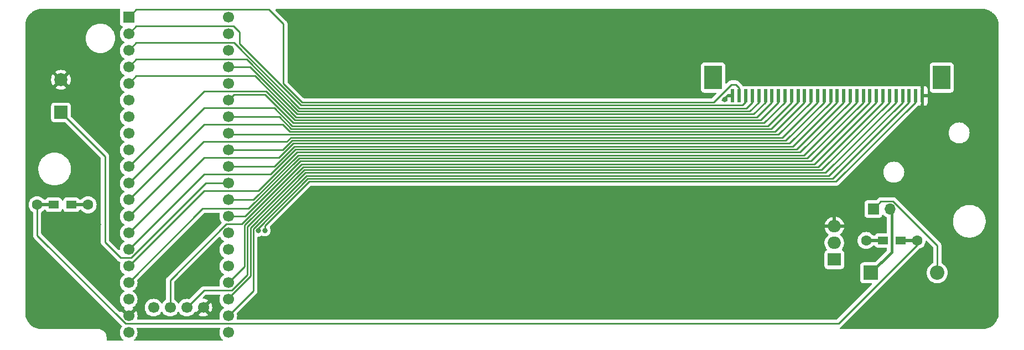
<source format=gtl>
G04 #@! TF.GenerationSoftware,KiCad,Pcbnew,(6.0.1-0)*
G04 #@! TF.CreationDate,2023-03-21T08:55:19-07:00*
G04 #@! TF.ProjectId,daughterboard,64617567-6874-4657-9262-6f6172642e6b,v0.1*
G04 #@! TF.SameCoordinates,Original*
G04 #@! TF.FileFunction,Copper,L1,Top*
G04 #@! TF.FilePolarity,Positive*
%FSLAX46Y46*%
G04 Gerber Fmt 4.6, Leading zero omitted, Abs format (unit mm)*
G04 Created by KiCad (PCBNEW (6.0.1-0)) date 2023-03-21 08:55:19*
%MOMM*%
%LPD*%
G01*
G04 APERTURE LIST*
G04 #@! TA.AperFunction,ComponentPad*
%ADD10R,2.200000X2.200000*%
G04 #@! TD*
G04 #@! TA.AperFunction,ComponentPad*
%ADD11O,2.200000X2.200000*%
G04 #@! TD*
G04 #@! TA.AperFunction,ComponentPad*
%ADD12R,2.000000X2.000000*%
G04 #@! TD*
G04 #@! TA.AperFunction,ComponentPad*
%ADD13C,2.000000*%
G04 #@! TD*
G04 #@! TA.AperFunction,ComponentPad*
%ADD14R,2.000000X1.905000*%
G04 #@! TD*
G04 #@! TA.AperFunction,ComponentPad*
%ADD15O,2.000000X1.905000*%
G04 #@! TD*
G04 #@! TA.AperFunction,SMDPad,CuDef*
%ADD16R,0.610000X2.000000*%
G04 #@! TD*
G04 #@! TA.AperFunction,SMDPad,CuDef*
%ADD17R,2.680000X3.600000*%
G04 #@! TD*
G04 #@! TA.AperFunction,ComponentPad*
%ADD18R,1.700000X1.700000*%
G04 #@! TD*
G04 #@! TA.AperFunction,ComponentPad*
%ADD19O,1.700000X1.700000*%
G04 #@! TD*
G04 #@! TA.AperFunction,ComponentPad*
%ADD20C,1.700000*%
G04 #@! TD*
G04 #@! TA.AperFunction,SMDPad,CuDef*
%ADD21R,1.500000X1.200000*%
G04 #@! TD*
G04 #@! TA.AperFunction,ComponentPad*
%ADD22C,1.600000*%
G04 #@! TD*
G04 #@! TA.AperFunction,SMDPad,CuDef*
%ADD23R,2.900000X0.500000*%
G04 #@! TD*
G04 #@! TA.AperFunction,ViaPad*
%ADD24C,0.800000*%
G04 #@! TD*
G04 #@! TA.AperFunction,Conductor*
%ADD25C,0.381000*%
G04 #@! TD*
G04 #@! TA.AperFunction,Conductor*
%ADD26C,0.250000*%
G04 #@! TD*
G04 APERTURE END LIST*
D10*
X194691000Y-87884000D03*
D11*
X204851000Y-87884000D03*
D12*
X70739000Y-63330785D03*
D13*
X70739000Y-58330785D03*
D14*
X189103000Y-85852000D03*
D15*
X189103000Y-83312000D03*
X189103000Y-80772000D03*
D16*
X202550000Y-60800000D03*
X201550000Y-60800000D03*
X200550000Y-60800000D03*
X199550000Y-60800000D03*
X198550000Y-60800000D03*
X197550000Y-60800000D03*
X196550000Y-60800000D03*
X195550000Y-60800000D03*
X194550000Y-60800000D03*
X193550000Y-60800000D03*
X192550000Y-60800000D03*
X191550000Y-60800000D03*
X190550000Y-60800000D03*
X189550000Y-60800000D03*
X188550000Y-60800000D03*
X187550000Y-60800000D03*
X186550000Y-60800000D03*
X185550000Y-60800000D03*
X184550000Y-60800000D03*
X183550000Y-60800000D03*
X182550000Y-60800000D03*
X181550000Y-60800000D03*
X180550000Y-60800000D03*
X179550000Y-60800000D03*
X178550000Y-60800000D03*
X177550000Y-60800000D03*
X176550000Y-60800000D03*
X175550000Y-60800000D03*
X174550000Y-60800000D03*
X173550000Y-60800000D03*
D17*
X170560000Y-58000000D03*
X205540000Y-58000000D03*
D18*
X195067000Y-78105000D03*
D19*
X197607000Y-78105000D03*
D18*
X81100000Y-48768000D03*
D20*
X81100000Y-51308000D03*
X81100000Y-53848000D03*
X81100000Y-56388000D03*
X81100000Y-58928000D03*
X81100000Y-61468000D03*
X81100000Y-64008000D03*
X81100000Y-66548000D03*
X81100000Y-69088000D03*
X81100000Y-71628000D03*
X81100000Y-74168000D03*
X81100000Y-76708000D03*
X81100000Y-79248000D03*
X81100000Y-81788000D03*
X81100000Y-84328000D03*
X81100000Y-86868000D03*
X81100000Y-89408000D03*
X81100000Y-91948000D03*
X81100000Y-94488000D03*
X81100000Y-97028000D03*
X96340000Y-97028000D03*
X96340000Y-94488000D03*
X96340000Y-91948000D03*
X96340000Y-89408000D03*
X96340000Y-86868000D03*
X96340000Y-84328000D03*
X96340000Y-81788000D03*
X96340000Y-79248000D03*
X96340000Y-76708000D03*
X96340000Y-74168000D03*
X96340000Y-71628000D03*
X96340000Y-69088000D03*
X96340000Y-66548000D03*
X96340000Y-64008000D03*
X96340000Y-61468000D03*
X96340000Y-58928000D03*
X96340000Y-56388000D03*
X96340000Y-53848000D03*
X96340000Y-51308000D03*
X96340000Y-48768000D03*
X92532000Y-93217000D03*
X89992000Y-93217000D03*
X87452000Y-93217000D03*
X84912000Y-93217000D03*
D21*
X72343000Y-77470000D03*
D22*
X74893000Y-77470000D03*
D23*
X73493000Y-77470000D03*
X68493000Y-77470000D03*
D22*
X67093000Y-77470000D03*
D21*
X69643000Y-77470000D03*
D22*
X201766000Y-82931000D03*
D21*
X199216000Y-82931000D03*
D23*
X200366000Y-82931000D03*
D21*
X196516000Y-82931000D03*
D22*
X193966000Y-82931000D03*
D23*
X195366000Y-82931000D03*
D24*
X88773000Y-97155000D03*
X172339000Y-61341000D03*
X91948000Y-87757000D03*
X76454000Y-80518000D03*
X101943398Y-81404032D03*
X100944446Y-81437201D03*
D25*
X194691000Y-87884000D02*
X197866000Y-84709000D01*
X197866000Y-84709000D02*
X197866000Y-78364000D01*
X197866000Y-78364000D02*
X197607000Y-78105000D01*
D26*
X204851000Y-83687990D02*
X198093499Y-76930489D01*
X198093499Y-76930489D02*
X196241511Y-76930489D01*
X204851000Y-87884000D02*
X204851000Y-83687990D01*
X196241511Y-76930489D02*
X195067000Y-78105000D01*
X77470000Y-70061785D02*
X70739000Y-63330785D01*
X96340000Y-74168000D02*
X92921010Y-74168000D01*
X92921010Y-74168000D02*
X81491010Y-85598000D01*
X79883000Y-85598000D02*
X77470000Y-83185000D01*
X77470000Y-83185000D02*
X77470000Y-70061785D01*
X81491010Y-85598000D02*
X79883000Y-85598000D01*
X201550000Y-61754022D02*
X201550000Y-60800000D01*
X189386503Y-73917519D02*
X201550000Y-61754022D01*
X101943398Y-80685087D02*
X108710966Y-73917519D01*
X101943398Y-81404032D02*
X101943398Y-80685087D01*
X108710966Y-73917519D02*
X189386503Y-73917519D01*
X188836023Y-73467999D02*
X200550000Y-61754022D01*
X100944446Y-81437201D02*
X100944446Y-81048321D01*
X108524768Y-73467999D02*
X188836023Y-73467999D01*
X200550000Y-61754022D02*
X200550000Y-60800000D01*
X100944446Y-81048321D02*
X108524768Y-73467999D01*
X100189746Y-81167303D02*
X108338570Y-73018479D01*
X188285543Y-73018479D02*
X199550000Y-61754022D01*
X108338570Y-73018479D02*
X188285543Y-73018479D01*
X100189746Y-90638254D02*
X100189746Y-81167303D01*
X199550000Y-61754022D02*
X199550000Y-60800000D01*
X96340000Y-94488000D02*
X100189746Y-90638254D01*
X96340000Y-91948000D02*
X96340000Y-91747717D01*
X99740226Y-88347491D02*
X99740226Y-80981105D01*
X187735063Y-72568959D02*
X198550000Y-61754022D01*
X96340000Y-91747717D02*
X99740226Y-88347491D01*
X108152372Y-72568959D02*
X187735063Y-72568959D01*
X198550000Y-61754022D02*
X198550000Y-60800000D01*
X99740226Y-80981105D02*
X108152372Y-72568959D01*
X197550000Y-61754022D02*
X197550000Y-60800000D01*
X99290706Y-80794907D02*
X107966174Y-72119439D01*
X99290706Y-88161294D02*
X99290706Y-80794907D01*
X187184583Y-72119439D02*
X197550000Y-61754022D01*
X89992000Y-93217000D02*
X92626489Y-90582511D01*
X92626489Y-90582511D02*
X96869489Y-90582511D01*
X96869489Y-90582511D02*
X99290706Y-88161294D01*
X107966174Y-72119439D02*
X187184583Y-72119439D01*
X196550000Y-61754022D02*
X196550000Y-60800000D01*
X98841186Y-80608709D02*
X107779976Y-71669919D01*
X186634103Y-71669919D02*
X196550000Y-61754022D01*
X107779976Y-71669919D02*
X186634103Y-71669919D01*
X96340000Y-89408000D02*
X98841186Y-86906814D01*
X98841186Y-86906814D02*
X98841186Y-80608709D01*
X186083623Y-71220399D02*
X195550000Y-61754022D01*
X107593778Y-71220399D02*
X186083623Y-71220399D01*
X195550000Y-61754022D02*
X195550000Y-60800000D01*
X98391666Y-80422511D02*
X107593778Y-71220399D01*
X96044479Y-80422511D02*
X98391666Y-80422511D01*
X87452000Y-93217000D02*
X87452000Y-89014990D01*
X87452000Y-89014990D02*
X96044479Y-80422511D01*
X185533143Y-70770879D02*
X194550000Y-61754022D01*
X96340000Y-79248000D02*
X98930460Y-79248000D01*
X107407581Y-70770879D02*
X185533143Y-70770879D01*
X194550000Y-61754022D02*
X194550000Y-60800000D01*
X98930460Y-79248000D02*
X107407581Y-70770879D01*
X92434511Y-78073489D02*
X99469254Y-78073489D01*
X107221384Y-70321359D02*
X184982663Y-70321359D01*
X193550000Y-61754022D02*
X193550000Y-60800000D01*
X184982663Y-70321359D02*
X193550000Y-61754022D01*
X81100000Y-89408000D02*
X92434511Y-78073489D01*
X99469254Y-78073489D02*
X107221384Y-70321359D01*
X96340000Y-76708000D02*
X100199025Y-76708000D01*
X192550000Y-61754022D02*
X192550000Y-60800000D01*
X184432183Y-69871839D02*
X192550000Y-61754022D01*
X100199025Y-76708000D02*
X107035186Y-69871839D01*
X107035186Y-69871839D02*
X184432183Y-69871839D01*
X92625489Y-75342511D02*
X97059511Y-75342511D01*
X183881703Y-69422319D02*
X191550000Y-61754022D01*
X100928797Y-75342511D02*
X106848989Y-69422319D01*
X106848989Y-69422319D02*
X183881703Y-69422319D01*
X191550000Y-61754022D02*
X191550000Y-60800000D01*
X97059511Y-75342511D02*
X100928797Y-75342511D01*
X81100000Y-86868000D02*
X92625489Y-75342511D01*
X183331223Y-68972799D02*
X190550000Y-61754022D01*
X81100000Y-84328000D02*
X92625489Y-72802511D01*
X106662791Y-68972799D02*
X183331223Y-68972799D01*
X92625489Y-72802511D02*
X102833079Y-72802511D01*
X102833079Y-72802511D02*
X106662791Y-68972799D01*
X190550000Y-61754022D02*
X190550000Y-60800000D01*
X103371872Y-71628000D02*
X106476593Y-68523279D01*
X96340000Y-71628000D02*
X103371872Y-71628000D01*
X182780743Y-68523279D02*
X189550000Y-61754022D01*
X189550000Y-61754022D02*
X189550000Y-60800000D01*
X106476593Y-68523279D02*
X182780743Y-68523279D01*
X188550000Y-61754022D02*
X188550000Y-60800000D01*
X182230263Y-68073759D02*
X188550000Y-61754022D01*
X106290396Y-68073759D02*
X182230263Y-68073759D01*
X92625489Y-70262511D02*
X104101644Y-70262511D01*
X81100000Y-81788000D02*
X92625489Y-70262511D01*
X104101644Y-70262511D02*
X106290396Y-68073759D01*
X181679783Y-67624239D02*
X187550000Y-61754022D01*
X187550000Y-61754022D02*
X187550000Y-60800000D01*
X104640437Y-69088000D02*
X106104198Y-67624239D01*
X96340000Y-69088000D02*
X104640437Y-69088000D01*
X106104198Y-67624239D02*
X181679783Y-67624239D01*
X92530000Y-67818000D02*
X105274719Y-67818000D01*
X81100000Y-79248000D02*
X92530000Y-67818000D01*
X186550000Y-61754022D02*
X186550000Y-60800000D01*
X105918000Y-67174719D02*
X181129303Y-67174719D01*
X105274719Y-67818000D02*
X105918000Y-67174719D01*
X181129303Y-67174719D02*
X186550000Y-61754022D01*
X96340000Y-66548000D02*
X96517199Y-66725199D01*
X185550000Y-61754022D02*
X185550000Y-60800000D01*
X96517199Y-66725199D02*
X180578823Y-66725199D01*
X180578823Y-66725199D02*
X185550000Y-61754022D01*
X92625489Y-65182511D02*
X104674489Y-65182511D01*
X81100000Y-76708000D02*
X92625489Y-65182511D01*
X105767658Y-66275679D02*
X180028343Y-66275679D01*
X184550000Y-61754022D02*
X184550000Y-60800000D01*
X104674489Y-65182511D02*
X105767658Y-66275679D01*
X180028343Y-66275679D02*
X184550000Y-61754022D01*
X105953855Y-65826159D02*
X179409558Y-65826160D01*
X96340000Y-64008000D02*
X104135696Y-64008000D01*
X183550000Y-61685718D02*
X183550000Y-60800000D01*
X179409558Y-65826160D02*
X183550000Y-61685718D01*
X104135696Y-64008000D02*
X105953855Y-65826159D01*
X106140055Y-65376640D02*
X178927382Y-65376640D01*
X92625489Y-62642511D02*
X103405923Y-62642511D01*
X81100000Y-74168000D02*
X92625489Y-62642511D01*
X178927382Y-65376640D02*
X182550000Y-61754022D01*
X103405923Y-62642511D02*
X106140055Y-65376640D01*
X182550000Y-61754022D02*
X182550000Y-60800000D01*
X106326252Y-64927120D02*
X178376902Y-64927120D01*
X178376902Y-64927120D02*
X181550000Y-61754022D01*
X181550000Y-61754022D02*
X181550000Y-60800000D01*
X96340000Y-61468000D02*
X97255969Y-60552031D01*
X101951160Y-60552031D02*
X106326252Y-64927120D01*
X97255969Y-60552031D02*
X101951160Y-60552031D01*
X92625489Y-60102511D02*
X102137358Y-60102511D01*
X102137358Y-60102511D02*
X106512449Y-64477600D01*
X81100000Y-71628000D02*
X92625489Y-60102511D01*
X180550000Y-61754022D02*
X180550000Y-60800000D01*
X177826422Y-64477600D02*
X180550000Y-61754022D01*
X106512449Y-64477600D02*
X177826422Y-64477600D01*
X177275942Y-64028080D02*
X179550000Y-61754022D01*
X82274511Y-57753489D02*
X100424053Y-57753489D01*
X81100000Y-58928000D02*
X82274511Y-57753489D01*
X106698646Y-64028080D02*
X177275942Y-64028080D01*
X100424053Y-57753489D02*
X106698646Y-64028080D01*
X179550000Y-61754022D02*
X179550000Y-60800000D01*
X99694282Y-56388000D02*
X106884843Y-63578560D01*
X106884843Y-63578560D02*
X176725462Y-63578560D01*
X178550000Y-61754022D02*
X178550000Y-60800000D01*
X176725462Y-63578560D02*
X178550000Y-61754022D01*
X96340000Y-56388000D02*
X99694282Y-56388000D01*
X81100000Y-56388000D02*
X82274511Y-55213489D01*
X107071040Y-63129040D02*
X176174982Y-63129040D01*
X177550000Y-61754022D02*
X177550000Y-60800000D01*
X176174982Y-63129040D02*
X177550000Y-61754022D01*
X99155489Y-55213489D02*
X107071040Y-63129040D01*
X82274511Y-55213489D02*
X99155489Y-55213489D01*
X175624502Y-62679520D02*
X107257238Y-62679520D01*
X176550000Y-61754022D02*
X175624502Y-62679520D01*
X82274511Y-52673489D02*
X96170511Y-52673489D01*
X97251207Y-52673489D02*
X96170511Y-52673489D01*
X81100000Y-53848000D02*
X82274511Y-52673489D01*
X176550000Y-60800000D02*
X176550000Y-61754022D01*
X107257238Y-62679520D02*
X97251207Y-52673489D01*
X175550000Y-61686000D02*
X175550000Y-60800000D01*
X97123489Y-50133489D02*
X98044000Y-51054000D01*
X98044000Y-51054000D02*
X98044000Y-52830564D01*
X175006000Y-62230000D02*
X175550000Y-61686000D01*
X107443436Y-62230000D02*
X175006000Y-62230000D01*
X81100000Y-51308000D02*
X82274511Y-50133489D01*
X82274511Y-50133489D02*
X97123489Y-50133489D01*
X98044000Y-52830564D02*
X107443436Y-62230000D01*
X173990000Y-59055000D02*
X174550000Y-59615000D01*
X81100000Y-48768000D02*
X82274511Y-47593489D01*
X104775000Y-49784000D02*
X104775000Y-58925846D01*
X102584489Y-47593489D02*
X104775000Y-49784000D01*
X82274511Y-47593489D02*
X102584489Y-47593489D01*
X107629634Y-61780480D02*
X170615498Y-61780480D01*
X173340978Y-59055000D02*
X173990000Y-59055000D01*
X170615498Y-61780480D02*
X173340978Y-59055000D01*
X104775000Y-58925846D02*
X107629634Y-61780480D01*
X174550000Y-59615000D02*
X174550000Y-60800000D01*
X189761511Y-95662511D02*
X201766000Y-83658022D01*
X67093000Y-77470000D02*
X67093000Y-82142010D01*
X80613501Y-95662511D02*
X189761511Y-95662511D01*
X67093000Y-82142010D02*
X80613501Y-95662511D01*
X201766000Y-83658022D02*
X201766000Y-82931000D01*
G04 #@! TA.AperFunction,Conductor*
G36*
X95065291Y-96308013D02*
G01*
X95111784Y-96361669D01*
X95121888Y-96431943D01*
X95111364Y-96467262D01*
X95072806Y-96549950D01*
X95066097Y-96564337D01*
X95064675Y-96569645D01*
X95064674Y-96569647D01*
X95021418Y-96731082D01*
X95004937Y-96792592D01*
X94984341Y-97028000D01*
X95004937Y-97263408D01*
X95066097Y-97491663D01*
X95068419Y-97496643D01*
X95068420Y-97496645D01*
X95149742Y-97671038D01*
X95165965Y-97705829D01*
X95301505Y-97899401D01*
X95468599Y-98066495D01*
X95473111Y-98069654D01*
X95473113Y-98069656D01*
X95483298Y-98076788D01*
X95527626Y-98132246D01*
X95534934Y-98202865D01*
X95502902Y-98266225D01*
X95441700Y-98302209D01*
X95411026Y-98306000D01*
X82028974Y-98306000D01*
X81960853Y-98285998D01*
X81914360Y-98232342D01*
X81904256Y-98162068D01*
X81933750Y-98097488D01*
X81956702Y-98076788D01*
X81966887Y-98069656D01*
X81966889Y-98069654D01*
X81971401Y-98066495D01*
X82138495Y-97899401D01*
X82274035Y-97705829D01*
X82290259Y-97671038D01*
X82371580Y-97496645D01*
X82371581Y-97496643D01*
X82373903Y-97491663D01*
X82435063Y-97263408D01*
X82455659Y-97028000D01*
X82435063Y-96792592D01*
X82418582Y-96731082D01*
X82375326Y-96569647D01*
X82375325Y-96569645D01*
X82373903Y-96564337D01*
X82367195Y-96549950D01*
X82328636Y-96467262D01*
X82317974Y-96397070D01*
X82346953Y-96332257D01*
X82406373Y-96293401D01*
X82442830Y-96288011D01*
X94997170Y-96288011D01*
X95065291Y-96308013D01*
G37*
G04 #@! TD.AperFunction*
G04 #@! TA.AperFunction,Conductor*
G36*
X79764796Y-47510002D02*
G01*
X79811289Y-47563658D01*
X79821393Y-47633932D01*
X79808574Y-47672374D01*
X79806474Y-47675176D01*
X79803324Y-47683580D01*
X79803323Y-47683581D01*
X79767065Y-47780302D01*
X79756149Y-47809420D01*
X79749500Y-47870623D01*
X79749501Y-49665376D01*
X79749870Y-49668770D01*
X79749870Y-49668776D01*
X79752534Y-49693296D01*
X79756149Y-49726580D01*
X79806474Y-49860824D01*
X79811854Y-49868003D01*
X79811856Y-49868006D01*
X79872095Y-49948381D01*
X79892454Y-49975546D01*
X79899635Y-49980928D01*
X79999994Y-50056144D01*
X79999997Y-50056146D01*
X80007176Y-50061526D01*
X80015580Y-50064676D01*
X80015581Y-50064677D01*
X80136248Y-50109912D01*
X80193013Y-50152553D01*
X80217714Y-50219114D01*
X80202507Y-50288463D01*
X80181115Y-50316989D01*
X80061505Y-50436599D01*
X79925965Y-50630171D01*
X79923644Y-50635149D01*
X79923642Y-50635152D01*
X79835547Y-50824071D01*
X79826097Y-50844337D01*
X79824675Y-50849645D01*
X79824674Y-50849647D01*
X79810385Y-50902976D01*
X79764937Y-51072592D01*
X79744341Y-51308000D01*
X79764937Y-51543408D01*
X79766361Y-51548722D01*
X79766361Y-51548723D01*
X79791046Y-51640848D01*
X79826097Y-51771663D01*
X79828419Y-51776643D01*
X79828420Y-51776645D01*
X79903947Y-51938611D01*
X79925965Y-51985829D01*
X80061505Y-52179401D01*
X80228599Y-52346495D01*
X80233107Y-52349652D01*
X80233110Y-52349654D01*
X80411820Y-52474788D01*
X80456148Y-52530245D01*
X80463457Y-52600865D01*
X80431426Y-52664225D01*
X80411822Y-52681211D01*
X80228599Y-52809505D01*
X80061505Y-52976599D01*
X79925965Y-53170171D01*
X79923644Y-53175149D01*
X79923642Y-53175152D01*
X79844770Y-53344292D01*
X79826097Y-53384337D01*
X79824675Y-53389645D01*
X79824674Y-53389647D01*
X79810385Y-53442976D01*
X79764937Y-53612592D01*
X79744341Y-53848000D01*
X79764937Y-54083408D01*
X79766361Y-54088722D01*
X79766361Y-54088723D01*
X79793041Y-54188293D01*
X79826097Y-54311663D01*
X79828419Y-54316643D01*
X79828420Y-54316645D01*
X79854650Y-54372894D01*
X79925965Y-54525829D01*
X80061505Y-54719401D01*
X80228599Y-54886495D01*
X80233107Y-54889652D01*
X80233110Y-54889654D01*
X80411820Y-55014788D01*
X80456148Y-55070245D01*
X80463457Y-55140865D01*
X80431426Y-55204225D01*
X80411822Y-55221211D01*
X80228599Y-55349505D01*
X80061505Y-55516599D01*
X79925965Y-55710171D01*
X79923644Y-55715149D01*
X79923642Y-55715152D01*
X79831548Y-55912647D01*
X79826097Y-55924337D01*
X79824675Y-55929645D01*
X79824674Y-55929647D01*
X79810385Y-55982976D01*
X79764937Y-56152592D01*
X79744341Y-56388000D01*
X79764937Y-56623408D01*
X79826097Y-56851663D01*
X79925965Y-57065829D01*
X80061505Y-57259401D01*
X80228599Y-57426495D01*
X80233107Y-57429652D01*
X80233110Y-57429654D01*
X80411820Y-57554788D01*
X80456148Y-57610245D01*
X80463457Y-57680865D01*
X80431426Y-57744225D01*
X80411822Y-57761211D01*
X80228599Y-57889505D01*
X80061505Y-58056599D01*
X79925965Y-58250171D01*
X79923644Y-58255149D01*
X79923642Y-58255152D01*
X79841040Y-58432291D01*
X79826097Y-58464337D01*
X79824675Y-58469645D01*
X79824674Y-58469647D01*
X79773974Y-58658866D01*
X79764937Y-58692592D01*
X79744341Y-58928000D01*
X79764937Y-59163408D01*
X79766361Y-59168722D01*
X79766361Y-59168723D01*
X79816331Y-59355214D01*
X79826097Y-59391663D01*
X79828419Y-59396643D01*
X79828420Y-59396645D01*
X79911888Y-59575640D01*
X79925965Y-59605829D01*
X80061505Y-59799401D01*
X80228599Y-59966495D01*
X80233107Y-59969652D01*
X80233110Y-59969654D01*
X80411820Y-60094788D01*
X80456148Y-60150245D01*
X80463457Y-60220865D01*
X80431426Y-60284225D01*
X80411822Y-60301211D01*
X80228599Y-60429505D01*
X80061505Y-60596599D01*
X79925965Y-60790171D01*
X79826097Y-61004337D01*
X79764937Y-61232592D01*
X79744341Y-61468000D01*
X79764937Y-61703408D01*
X79766361Y-61708722D01*
X79766361Y-61708723D01*
X79810400Y-61873079D01*
X79826097Y-61931663D01*
X79828419Y-61936643D01*
X79828420Y-61936645D01*
X79911888Y-62115640D01*
X79925965Y-62145829D01*
X80061505Y-62339401D01*
X80228599Y-62506495D01*
X80233107Y-62509652D01*
X80233110Y-62509654D01*
X80411820Y-62634788D01*
X80456148Y-62690245D01*
X80463457Y-62760865D01*
X80431426Y-62824225D01*
X80411822Y-62841211D01*
X80228599Y-62969505D01*
X80061505Y-63136599D01*
X79925965Y-63330171D01*
X79826097Y-63544337D01*
X79764937Y-63772592D01*
X79744341Y-64008000D01*
X79764937Y-64243408D01*
X79766361Y-64248722D01*
X79766361Y-64248723D01*
X79801955Y-64381561D01*
X79826097Y-64471663D01*
X79828419Y-64476643D01*
X79828420Y-64476645D01*
X79911888Y-64655640D01*
X79925965Y-64685829D01*
X80061505Y-64879401D01*
X80228599Y-65046495D01*
X80233107Y-65049652D01*
X80233110Y-65049654D01*
X80411820Y-65174788D01*
X80456148Y-65230245D01*
X80463457Y-65300865D01*
X80431426Y-65364225D01*
X80411822Y-65381211D01*
X80228599Y-65509505D01*
X80061505Y-65676599D01*
X79925965Y-65870171D01*
X79923644Y-65875149D01*
X79923642Y-65875152D01*
X79844563Y-66044736D01*
X79826097Y-66084337D01*
X79824675Y-66089645D01*
X79824674Y-66089647D01*
X79790301Y-66217931D01*
X79764937Y-66312592D01*
X79744341Y-66548000D01*
X79764937Y-66783408D01*
X79826097Y-67011663D01*
X79828419Y-67016643D01*
X79828420Y-67016645D01*
X79918702Y-67210253D01*
X79925965Y-67225829D01*
X80061505Y-67419401D01*
X80228599Y-67586495D01*
X80233107Y-67589652D01*
X80233110Y-67589654D01*
X80411820Y-67714788D01*
X80456148Y-67770245D01*
X80463457Y-67840865D01*
X80431426Y-67904225D01*
X80411822Y-67921211D01*
X80228599Y-68049505D01*
X80061505Y-68216599D01*
X79925965Y-68410171D01*
X79826097Y-68624337D01*
X79764937Y-68852592D01*
X79744341Y-69088000D01*
X79764937Y-69323408D01*
X79766361Y-69328722D01*
X79766361Y-69328723D01*
X79809441Y-69489500D01*
X79826097Y-69551663D01*
X79828419Y-69556643D01*
X79828420Y-69556645D01*
X79919346Y-69751634D01*
X79925965Y-69765829D01*
X80061505Y-69959401D01*
X80228599Y-70126495D01*
X80233107Y-70129652D01*
X80233110Y-70129654D01*
X80411820Y-70254788D01*
X80456148Y-70310245D01*
X80463457Y-70380865D01*
X80431426Y-70444225D01*
X80411822Y-70461211D01*
X80228599Y-70589505D01*
X80061505Y-70756599D01*
X79925965Y-70950171D01*
X79923644Y-70955149D01*
X79923642Y-70955152D01*
X79884552Y-71038981D01*
X79826097Y-71164337D01*
X79824675Y-71169645D01*
X79824674Y-71169647D01*
X79766362Y-71387274D01*
X79764937Y-71392592D01*
X79744341Y-71628000D01*
X79764937Y-71863408D01*
X79766361Y-71868722D01*
X79766361Y-71868723D01*
X79794314Y-71973044D01*
X79826097Y-72091663D01*
X79828419Y-72096643D01*
X79828420Y-72096645D01*
X79911888Y-72275640D01*
X79925965Y-72305829D01*
X80061505Y-72499401D01*
X80228599Y-72666495D01*
X80233107Y-72669652D01*
X80233110Y-72669654D01*
X80411820Y-72794788D01*
X80456148Y-72850245D01*
X80463457Y-72920865D01*
X80431426Y-72984225D01*
X80411822Y-73001211D01*
X80228599Y-73129505D01*
X80061505Y-73296599D01*
X79925965Y-73490171D01*
X79923644Y-73495149D01*
X79923642Y-73495152D01*
X79828422Y-73699350D01*
X79826097Y-73704337D01*
X79764937Y-73932592D01*
X79744341Y-74168000D01*
X79764937Y-74403408D01*
X79766361Y-74408722D01*
X79766361Y-74408723D01*
X79810400Y-74573079D01*
X79826097Y-74631663D01*
X79828419Y-74636643D01*
X79828420Y-74636645D01*
X79856569Y-74697009D01*
X79925965Y-74845829D01*
X80061505Y-75039401D01*
X80228599Y-75206495D01*
X80233107Y-75209652D01*
X80233110Y-75209654D01*
X80411820Y-75334788D01*
X80456148Y-75390245D01*
X80463457Y-75460865D01*
X80431426Y-75524225D01*
X80411822Y-75541211D01*
X80228599Y-75669505D01*
X80061505Y-75836599D01*
X79925965Y-76030171D01*
X79923644Y-76035149D01*
X79923642Y-76035152D01*
X79828422Y-76239350D01*
X79826097Y-76244337D01*
X79824675Y-76249645D01*
X79824674Y-76249647D01*
X79766362Y-76467274D01*
X79764937Y-76472592D01*
X79744341Y-76708000D01*
X79764937Y-76943408D01*
X79826097Y-77171663D01*
X79828419Y-77176643D01*
X79828420Y-77176645D01*
X79842866Y-77207623D01*
X79925965Y-77385829D01*
X80061505Y-77579401D01*
X80228599Y-77746495D01*
X80233107Y-77749652D01*
X80233110Y-77749654D01*
X80411820Y-77874788D01*
X80456148Y-77930245D01*
X80463457Y-78000865D01*
X80431426Y-78064225D01*
X80411822Y-78081211D01*
X80228599Y-78209505D01*
X80061505Y-78376599D01*
X79925965Y-78570171D01*
X79923644Y-78575149D01*
X79923642Y-78575152D01*
X79842265Y-78749664D01*
X79826097Y-78784337D01*
X79824675Y-78789645D01*
X79824674Y-78789647D01*
X79771718Y-78987286D01*
X79764937Y-79012592D01*
X79744341Y-79248000D01*
X79764937Y-79483408D01*
X79766361Y-79488722D01*
X79766361Y-79488723D01*
X79806001Y-79636661D01*
X79826097Y-79711663D01*
X79828419Y-79716643D01*
X79828420Y-79716645D01*
X79884376Y-79836641D01*
X79925965Y-79925829D01*
X80061505Y-80119401D01*
X80228599Y-80286495D01*
X80233107Y-80289652D01*
X80233110Y-80289654D01*
X80411820Y-80414788D01*
X80456148Y-80470245D01*
X80463457Y-80540865D01*
X80431426Y-80604225D01*
X80411822Y-80621211D01*
X80228599Y-80749505D01*
X80061505Y-80916599D01*
X79925965Y-81110171D01*
X79923644Y-81115149D01*
X79923642Y-81115152D01*
X79876720Y-81215776D01*
X79826097Y-81324337D01*
X79824675Y-81329645D01*
X79824674Y-81329647D01*
X79810576Y-81382264D01*
X79764937Y-81552592D01*
X79744341Y-81788000D01*
X79764937Y-82023408D01*
X79766361Y-82028722D01*
X79766361Y-82028723D01*
X79823143Y-82240637D01*
X79826097Y-82251663D01*
X79828419Y-82256643D01*
X79828420Y-82256645D01*
X79907982Y-82427264D01*
X79925965Y-82465829D01*
X80061505Y-82659401D01*
X80228599Y-82826495D01*
X80233107Y-82829652D01*
X80233110Y-82829654D01*
X80411820Y-82954788D01*
X80456148Y-83010245D01*
X80463457Y-83080865D01*
X80431426Y-83144225D01*
X80411822Y-83161211D01*
X80228599Y-83289505D01*
X80061505Y-83456599D01*
X79925965Y-83650171D01*
X79923644Y-83655149D01*
X79923642Y-83655152D01*
X79858432Y-83794995D01*
X79826097Y-83864337D01*
X79824675Y-83869645D01*
X79824674Y-83869647D01*
X79775947Y-84051501D01*
X79764937Y-84092592D01*
X79752391Y-84235989D01*
X79748040Y-84285720D01*
X79722176Y-84351838D01*
X79664673Y-84393478D01*
X79593785Y-84397418D01*
X79533424Y-84363833D01*
X78132405Y-82962814D01*
X78098379Y-82900502D01*
X78095500Y-82873719D01*
X78095500Y-70139483D01*
X78096017Y-70128522D01*
X78097672Y-70121117D01*
X78095562Y-70053961D01*
X78095500Y-70050004D01*
X78095500Y-70022435D01*
X78095003Y-70018500D01*
X78094996Y-70018390D01*
X78094078Y-70006719D01*
X78092958Y-69971081D01*
X78092709Y-69963157D01*
X78090497Y-69955544D01*
X78090496Y-69955537D01*
X78087164Y-69944067D01*
X78083155Y-69924711D01*
X78081657Y-69912856D01*
X78080664Y-69904993D01*
X78077747Y-69897627D01*
X78077746Y-69897621D01*
X78064619Y-69864468D01*
X78060773Y-69853235D01*
X78050829Y-69819005D01*
X78050826Y-69818998D01*
X78048617Y-69811395D01*
X78044586Y-69804579D01*
X78044585Y-69804576D01*
X78038501Y-69794289D01*
X78029805Y-69776537D01*
X78025406Y-69765428D01*
X78022486Y-69758053D01*
X78017825Y-69751638D01*
X78017823Y-69751634D01*
X77996873Y-69722798D01*
X77990357Y-69712879D01*
X77972206Y-69682187D01*
X77972202Y-69682182D01*
X77968170Y-69675364D01*
X77954117Y-69661311D01*
X77941276Y-69646277D01*
X77938180Y-69642015D01*
X77929594Y-69630198D01*
X77896016Y-69602420D01*
X77887236Y-69594430D01*
X72276405Y-63983599D01*
X72242379Y-63921287D01*
X72239500Y-63894504D01*
X72239499Y-62286827D01*
X72239499Y-62283409D01*
X72239130Y-62280009D01*
X72233705Y-62230063D01*
X72233704Y-62230059D01*
X72232851Y-62222205D01*
X72182526Y-62087961D01*
X72177146Y-62080782D01*
X72177144Y-62080779D01*
X72101928Y-61980420D01*
X72096546Y-61973239D01*
X72089365Y-61967857D01*
X71989006Y-61892641D01*
X71989003Y-61892639D01*
X71981824Y-61887259D01*
X71875437Y-61847377D01*
X71854975Y-61839706D01*
X71854973Y-61839706D01*
X71847580Y-61836934D01*
X71839730Y-61836081D01*
X71839729Y-61836081D01*
X71789774Y-61830654D01*
X71789773Y-61830654D01*
X71786377Y-61830285D01*
X70739154Y-61830285D01*
X69691624Y-61830286D01*
X69688230Y-61830655D01*
X69688224Y-61830655D01*
X69638278Y-61836080D01*
X69638274Y-61836081D01*
X69630420Y-61836934D01*
X69496176Y-61887259D01*
X69488997Y-61892639D01*
X69488994Y-61892641D01*
X69388635Y-61967857D01*
X69381454Y-61973239D01*
X69376072Y-61980420D01*
X69300856Y-62080779D01*
X69300854Y-62080782D01*
X69295474Y-62087961D01*
X69245149Y-62222205D01*
X69238500Y-62283408D01*
X69238501Y-64378161D01*
X69245149Y-64439365D01*
X69295474Y-64573609D01*
X69300854Y-64580788D01*
X69300856Y-64580791D01*
X69375436Y-64680301D01*
X69381454Y-64688331D01*
X69388635Y-64693713D01*
X69488994Y-64768929D01*
X69488997Y-64768931D01*
X69496176Y-64774311D01*
X69585561Y-64807819D01*
X69623025Y-64821864D01*
X69623027Y-64821864D01*
X69630420Y-64824636D01*
X69638270Y-64825489D01*
X69638271Y-64825489D01*
X69688226Y-64830916D01*
X69691623Y-64831285D01*
X69793830Y-64831285D01*
X71302719Y-64831284D01*
X71370840Y-64851286D01*
X71391814Y-64868189D01*
X76807595Y-70283971D01*
X76841621Y-70346283D01*
X76844500Y-70373066D01*
X76844500Y-83107297D01*
X76843983Y-83118257D01*
X76842327Y-83125667D01*
X76842576Y-83133593D01*
X76842576Y-83133594D01*
X76844438Y-83192841D01*
X76844500Y-83196799D01*
X76844500Y-83224350D01*
X76844996Y-83228273D01*
X76845003Y-83228388D01*
X76845923Y-83240068D01*
X76847291Y-83283627D01*
X76850131Y-83293402D01*
X76852836Y-83302712D01*
X76856844Y-83322062D01*
X76859336Y-83341792D01*
X76875384Y-83382323D01*
X76879219Y-83393524D01*
X76891382Y-83435390D01*
X76901498Y-83452494D01*
X76910195Y-83470245D01*
X76917514Y-83488732D01*
X76943129Y-83523988D01*
X76949646Y-83533910D01*
X76967790Y-83564590D01*
X76967793Y-83564594D01*
X76971830Y-83571420D01*
X76985880Y-83585470D01*
X76998721Y-83600504D01*
X77010406Y-83616587D01*
X77016514Y-83621640D01*
X77043989Y-83644369D01*
X77052769Y-83652359D01*
X79385758Y-85985349D01*
X79393147Y-85993469D01*
X79397214Y-85999877D01*
X79402992Y-86005303D01*
X79446207Y-86045885D01*
X79449049Y-86048640D01*
X79468529Y-86068120D01*
X79471659Y-86070548D01*
X79471741Y-86070620D01*
X79480649Y-86078229D01*
X79512418Y-86108062D01*
X79519365Y-86111881D01*
X79529832Y-86117635D01*
X79546361Y-86128492D01*
X79562064Y-86140673D01*
X79602057Y-86157979D01*
X79612713Y-86163200D01*
X79643955Y-86180376D01*
X79643964Y-86180380D01*
X79650908Y-86184197D01*
X79658584Y-86186168D01*
X79658587Y-86186169D01*
X79670160Y-86189140D01*
X79688865Y-86195544D01*
X79707104Y-86203437D01*
X79714934Y-86204677D01*
X79714937Y-86204678D01*
X79733334Y-86207591D01*
X79740000Y-86208647D01*
X79804154Y-86239059D01*
X79841681Y-86299326D01*
X79840668Y-86370316D01*
X79834487Y-86386344D01*
X79828420Y-86399354D01*
X79828420Y-86399355D01*
X79826097Y-86404337D01*
X79824675Y-86409645D01*
X79824674Y-86409647D01*
X79777645Y-86585164D01*
X79764937Y-86632592D01*
X79744341Y-86868000D01*
X79764937Y-87103408D01*
X79766361Y-87108722D01*
X79766361Y-87108723D01*
X79818854Y-87304630D01*
X79826097Y-87331663D01*
X79925965Y-87545829D01*
X80061505Y-87739401D01*
X80228599Y-87906495D01*
X80233107Y-87909652D01*
X80233110Y-87909654D01*
X80411820Y-88034788D01*
X80456148Y-88090245D01*
X80463457Y-88160865D01*
X80431426Y-88224225D01*
X80411822Y-88241211D01*
X80228599Y-88369505D01*
X80061505Y-88536599D01*
X79925965Y-88730171D01*
X79923644Y-88735149D01*
X79923642Y-88735152D01*
X79878564Y-88831822D01*
X79826097Y-88944337D01*
X79824675Y-88949645D01*
X79824674Y-88949647D01*
X79791558Y-89073240D01*
X79764937Y-89172592D01*
X79744341Y-89408000D01*
X79764937Y-89643408D01*
X79766361Y-89648722D01*
X79766361Y-89648723D01*
X79780975Y-89703262D01*
X79826097Y-89871663D01*
X79828419Y-89876643D01*
X79828420Y-89876645D01*
X79911888Y-90055640D01*
X79925965Y-90085829D01*
X80061505Y-90279401D01*
X80228599Y-90446495D01*
X80233107Y-90449652D01*
X80233110Y-90449654D01*
X80411820Y-90574788D01*
X80456148Y-90630245D01*
X80463457Y-90700865D01*
X80431426Y-90764225D01*
X80411822Y-90781211D01*
X80228599Y-90909505D01*
X80061505Y-91076599D01*
X79925965Y-91270171D01*
X79923644Y-91275149D01*
X79923642Y-91275152D01*
X79861594Y-91408213D01*
X79826097Y-91484337D01*
X79824675Y-91489645D01*
X79824674Y-91489647D01*
X79783368Y-91643806D01*
X79764937Y-91712592D01*
X79744341Y-91948000D01*
X79764937Y-92183408D01*
X79826097Y-92411663D01*
X79828419Y-92416643D01*
X79828420Y-92416645D01*
X79901400Y-92573149D01*
X79925965Y-92625829D01*
X80061505Y-92819401D01*
X80228599Y-92986495D01*
X80233107Y-92989652D01*
X80233110Y-92989654D01*
X80405880Y-93110629D01*
X80450208Y-93166086D01*
X80457517Y-93236706D01*
X80425486Y-93300066D01*
X80391790Y-93325605D01*
X80378461Y-93332543D01*
X80369734Y-93338039D01*
X80349677Y-93353099D01*
X80341223Y-93364427D01*
X80347968Y-93376758D01*
X81087188Y-94115978D01*
X81101132Y-94123592D01*
X81102965Y-94123461D01*
X81109580Y-94119210D01*
X81853389Y-93375401D01*
X81860410Y-93362544D01*
X81853611Y-93353213D01*
X81849559Y-93350521D01*
X81803863Y-93325296D01*
X81753892Y-93274864D01*
X81739120Y-93205421D01*
X81764236Y-93139015D01*
X81792485Y-93111774D01*
X81966890Y-92989654D01*
X81966893Y-92989652D01*
X81971401Y-92986495D01*
X82138495Y-92819401D01*
X82274035Y-92625829D01*
X82298601Y-92573149D01*
X82371580Y-92416645D01*
X82371581Y-92416643D01*
X82373903Y-92411663D01*
X82435063Y-92183408D01*
X82455659Y-91948000D01*
X82435063Y-91712592D01*
X82416632Y-91643806D01*
X82375326Y-91489647D01*
X82375325Y-91489645D01*
X82373903Y-91484337D01*
X82338406Y-91408213D01*
X82276358Y-91275152D01*
X82276356Y-91275149D01*
X82274035Y-91270171D01*
X82138495Y-91076599D01*
X81971401Y-90909505D01*
X81966893Y-90906348D01*
X81966890Y-90906346D01*
X81824038Y-90806320D01*
X81788181Y-90781213D01*
X81743853Y-90725756D01*
X81736544Y-90655137D01*
X81768575Y-90591776D01*
X81788181Y-90574787D01*
X81966890Y-90449654D01*
X81966893Y-90449652D01*
X81971401Y-90446495D01*
X82138495Y-90279401D01*
X82274035Y-90085829D01*
X82288113Y-90055640D01*
X82371580Y-89876645D01*
X82371581Y-89876643D01*
X82373903Y-89871663D01*
X82419026Y-89703262D01*
X82433639Y-89648723D01*
X82433639Y-89648722D01*
X82435063Y-89643408D01*
X82455659Y-89408000D01*
X82435063Y-89172592D01*
X82431750Y-89160226D01*
X82408443Y-89073240D01*
X82410133Y-89002264D01*
X82441055Y-88951535D01*
X92656697Y-78735894D01*
X92719009Y-78701868D01*
X92745792Y-78698989D01*
X94924759Y-78698989D01*
X94992880Y-78718991D01*
X95039373Y-78772647D01*
X95049477Y-78842921D01*
X95046466Y-78857599D01*
X95011718Y-78987286D01*
X95004937Y-79012592D01*
X94984341Y-79248000D01*
X95004937Y-79483408D01*
X95006361Y-79488722D01*
X95006361Y-79488723D01*
X95046001Y-79636661D01*
X95066097Y-79711663D01*
X95068419Y-79716643D01*
X95068420Y-79716645D01*
X95124376Y-79836641D01*
X95165965Y-79925829D01*
X95301505Y-80119401D01*
X95301926Y-80119822D01*
X95329779Y-80183472D01*
X95318559Y-80253577D01*
X95293887Y-80288513D01*
X91176750Y-84405649D01*
X87064651Y-88517748D01*
X87056531Y-88525137D01*
X87050123Y-88529204D01*
X87044697Y-88534982D01*
X87004115Y-88578197D01*
X87001360Y-88581039D01*
X86981880Y-88600519D01*
X86979452Y-88603649D01*
X86979380Y-88603731D01*
X86971771Y-88612639D01*
X86941938Y-88644408D01*
X86938119Y-88651355D01*
X86932365Y-88661822D01*
X86921508Y-88678351D01*
X86909327Y-88694054D01*
X86906179Y-88701329D01*
X86892020Y-88734048D01*
X86886798Y-88744708D01*
X86865803Y-88782898D01*
X86860859Y-88802154D01*
X86854460Y-88820843D01*
X86846562Y-88839094D01*
X86845322Y-88846924D01*
X86839744Y-88882144D01*
X86837340Y-88893753D01*
X86826500Y-88935971D01*
X86826500Y-88955846D01*
X86824949Y-88975556D01*
X86821840Y-88995186D01*
X86822586Y-89003078D01*
X86825941Y-89038569D01*
X86826500Y-89050427D01*
X86826500Y-91940733D01*
X86806498Y-92008854D01*
X86772771Y-92043945D01*
X86580599Y-92178505D01*
X86413505Y-92345599D01*
X86285213Y-92528820D01*
X86229756Y-92573149D01*
X86159137Y-92580458D01*
X86095776Y-92548428D01*
X86078787Y-92528820D01*
X85950495Y-92345599D01*
X85783401Y-92178505D01*
X85778893Y-92175348D01*
X85778890Y-92175346D01*
X85594339Y-92046122D01*
X85594336Y-92046120D01*
X85589830Y-92042965D01*
X85584848Y-92040642D01*
X85584843Y-92040639D01*
X85380645Y-91945420D01*
X85380644Y-91945419D01*
X85375663Y-91943097D01*
X85370355Y-91941675D01*
X85370353Y-91941674D01*
X85152723Y-91883361D01*
X85152722Y-91883361D01*
X85147408Y-91881937D01*
X84912000Y-91861341D01*
X84676592Y-91881937D01*
X84671278Y-91883361D01*
X84671277Y-91883361D01*
X84453647Y-91941674D01*
X84453645Y-91941675D01*
X84448337Y-91943097D01*
X84443357Y-91945419D01*
X84443355Y-91945420D01*
X84239152Y-92040642D01*
X84239149Y-92040644D01*
X84234171Y-92042965D01*
X84040599Y-92178505D01*
X83873505Y-92345599D01*
X83737965Y-92539171D01*
X83735644Y-92544149D01*
X83735642Y-92544152D01*
X83642000Y-92744967D01*
X83638097Y-92753337D01*
X83576937Y-92981592D01*
X83556341Y-93217000D01*
X83576937Y-93452408D01*
X83578361Y-93457722D01*
X83578361Y-93457723D01*
X83619888Y-93612704D01*
X83638097Y-93680663D01*
X83640419Y-93685643D01*
X83640420Y-93685645D01*
X83733238Y-93884691D01*
X83737965Y-93894829D01*
X83873505Y-94088401D01*
X84040599Y-94255495D01*
X84045107Y-94258652D01*
X84045110Y-94258654D01*
X84224787Y-94384465D01*
X84234170Y-94391035D01*
X84239152Y-94393358D01*
X84239157Y-94393361D01*
X84443355Y-94488580D01*
X84448337Y-94490903D01*
X84453645Y-94492325D01*
X84453647Y-94492326D01*
X84671277Y-94550639D01*
X84676592Y-94552063D01*
X84912000Y-94572659D01*
X85147408Y-94552063D01*
X85152723Y-94550639D01*
X85370353Y-94492326D01*
X85370355Y-94492325D01*
X85375663Y-94490903D01*
X85380645Y-94488580D01*
X85584843Y-94393361D01*
X85584848Y-94393358D01*
X85589830Y-94391035D01*
X85599213Y-94384465D01*
X85778890Y-94258654D01*
X85778893Y-94258652D01*
X85783401Y-94255495D01*
X85950495Y-94088401D01*
X86078787Y-93905180D01*
X86134244Y-93860851D01*
X86204863Y-93853542D01*
X86268224Y-93885572D01*
X86285212Y-93905179D01*
X86413505Y-94088401D01*
X86580599Y-94255495D01*
X86585107Y-94258652D01*
X86585110Y-94258654D01*
X86764787Y-94384465D01*
X86774170Y-94391035D01*
X86779152Y-94393358D01*
X86779157Y-94393361D01*
X86983355Y-94488580D01*
X86988337Y-94490903D01*
X86993645Y-94492325D01*
X86993647Y-94492326D01*
X87211277Y-94550639D01*
X87216592Y-94552063D01*
X87452000Y-94572659D01*
X87687408Y-94552063D01*
X87692723Y-94550639D01*
X87910353Y-94492326D01*
X87910355Y-94492325D01*
X87915663Y-94490903D01*
X87920645Y-94488580D01*
X88124843Y-94393361D01*
X88124848Y-94393358D01*
X88129830Y-94391035D01*
X88139213Y-94384465D01*
X88318890Y-94258654D01*
X88318893Y-94258652D01*
X88323401Y-94255495D01*
X88490495Y-94088401D01*
X88618787Y-93905180D01*
X88674244Y-93860851D01*
X88744863Y-93853542D01*
X88808224Y-93885572D01*
X88825212Y-93905179D01*
X88953505Y-94088401D01*
X89120599Y-94255495D01*
X89125107Y-94258652D01*
X89125110Y-94258654D01*
X89304787Y-94384465D01*
X89314170Y-94391035D01*
X89319152Y-94393358D01*
X89319157Y-94393361D01*
X89523355Y-94488580D01*
X89528337Y-94490903D01*
X89533645Y-94492325D01*
X89533647Y-94492326D01*
X89751277Y-94550639D01*
X89756592Y-94552063D01*
X89992000Y-94572659D01*
X90227408Y-94552063D01*
X90232723Y-94550639D01*
X90450353Y-94492326D01*
X90450355Y-94492325D01*
X90455663Y-94490903D01*
X90460645Y-94488580D01*
X90664843Y-94393361D01*
X90664848Y-94393358D01*
X90669830Y-94391035D01*
X90679213Y-94384465D01*
X90740069Y-94341853D01*
X91771977Y-94341853D01*
X91777258Y-94348907D01*
X91938756Y-94443279D01*
X91948042Y-94447729D01*
X92147001Y-94523703D01*
X92156899Y-94526579D01*
X92365595Y-94569038D01*
X92375823Y-94570257D01*
X92588650Y-94578062D01*
X92598936Y-94577595D01*
X92810185Y-94550534D01*
X92820262Y-94548392D01*
X93024255Y-94487191D01*
X93033842Y-94483433D01*
X93225098Y-94389738D01*
X93233944Y-94384465D01*
X93281247Y-94350723D01*
X93289648Y-94340023D01*
X93282660Y-94326870D01*
X92544812Y-93589022D01*
X92530868Y-93581408D01*
X92529035Y-93581539D01*
X92522420Y-93585790D01*
X91778737Y-94329473D01*
X91771977Y-94341853D01*
X90740069Y-94341853D01*
X90858890Y-94258654D01*
X90858893Y-94258652D01*
X90863401Y-94255495D01*
X91030495Y-94088401D01*
X91156358Y-93908649D01*
X91211814Y-93864322D01*
X91282433Y-93857013D01*
X91345794Y-93889043D01*
X91367003Y-93915086D01*
X91398460Y-93966420D01*
X91408916Y-93975880D01*
X91417694Y-93972096D01*
X92171658Y-93218132D01*
X92896408Y-93218132D01*
X92896539Y-93219965D01*
X92900790Y-93226580D01*
X93642474Y-93968264D01*
X93654484Y-93974823D01*
X93666223Y-93965855D01*
X93697004Y-93923019D01*
X93702315Y-93914180D01*
X93796670Y-93723267D01*
X93800469Y-93713672D01*
X93862376Y-93509915D01*
X93864555Y-93499834D01*
X93892590Y-93286887D01*
X93893109Y-93280212D01*
X93894572Y-93220364D01*
X93894378Y-93213646D01*
X93876781Y-92999604D01*
X93875096Y-92989424D01*
X93823214Y-92782875D01*
X93819894Y-92773124D01*
X93734972Y-92577814D01*
X93730105Y-92568739D01*
X93665063Y-92468197D01*
X93654377Y-92458995D01*
X93644812Y-92463398D01*
X92904022Y-93204188D01*
X92896408Y-93218132D01*
X92171658Y-93218132D01*
X93285389Y-92104401D01*
X93292410Y-92091544D01*
X93285611Y-92082213D01*
X93281554Y-92079518D01*
X93095117Y-91976599D01*
X93085705Y-91972369D01*
X92884959Y-91901280D01*
X92874989Y-91898646D01*
X92665327Y-91861301D01*
X92655073Y-91860331D01*
X92537340Y-91858892D01*
X92469469Y-91838059D01*
X92423635Y-91783839D01*
X92414391Y-91713447D01*
X92444671Y-91649231D01*
X92449785Y-91643806D01*
X92848675Y-91244916D01*
X92910987Y-91210890D01*
X92937770Y-91208011D01*
X94997170Y-91208011D01*
X95065291Y-91228013D01*
X95111784Y-91281669D01*
X95121888Y-91351943D01*
X95111364Y-91387262D01*
X95106146Y-91398453D01*
X95066097Y-91484337D01*
X95064675Y-91489645D01*
X95064674Y-91489647D01*
X95023368Y-91643806D01*
X95004937Y-91712592D01*
X94984341Y-91948000D01*
X95004937Y-92183408D01*
X95066097Y-92411663D01*
X95068419Y-92416643D01*
X95068420Y-92416645D01*
X95141400Y-92573149D01*
X95165965Y-92625829D01*
X95301505Y-92819401D01*
X95468599Y-92986495D01*
X95473107Y-92989652D01*
X95473110Y-92989654D01*
X95651820Y-93114788D01*
X95696148Y-93170245D01*
X95703457Y-93240865D01*
X95671426Y-93304225D01*
X95651822Y-93321211D01*
X95468599Y-93449505D01*
X95301505Y-93616599D01*
X95165965Y-93810171D01*
X95163644Y-93815149D01*
X95163642Y-93815152D01*
X95070965Y-94013897D01*
X95066097Y-94024337D01*
X95064675Y-94029645D01*
X95064674Y-94029647D01*
X95041542Y-94115978D01*
X95004937Y-94252592D01*
X94984341Y-94488000D01*
X95004937Y-94723408D01*
X95006362Y-94728726D01*
X95046466Y-94878401D01*
X95044776Y-94949377D01*
X95004981Y-95008173D01*
X94939717Y-95036120D01*
X94924759Y-95037011D01*
X82522536Y-95037011D01*
X82454415Y-95017009D01*
X82407922Y-94963353D01*
X82397818Y-94893079D01*
X82401977Y-94874382D01*
X82430378Y-94780903D01*
X82432555Y-94770834D01*
X82460590Y-94557887D01*
X82461109Y-94551212D01*
X82462572Y-94491364D01*
X82462378Y-94484646D01*
X82444781Y-94270604D01*
X82443096Y-94260424D01*
X82391214Y-94053875D01*
X82387894Y-94044124D01*
X82302972Y-93848814D01*
X82298105Y-93839739D01*
X82233063Y-93739197D01*
X82222377Y-93729995D01*
X82212812Y-93734398D01*
X81189095Y-94758115D01*
X81126783Y-94792141D01*
X81055968Y-94787076D01*
X81010905Y-94758115D01*
X79989849Y-93737059D01*
X79978313Y-93730759D01*
X79966031Y-93740382D01*
X79918089Y-93810662D01*
X79913000Y-93819620D01*
X79907174Y-93832171D01*
X79860349Y-93885537D01*
X79792106Y-93905116D01*
X79724110Y-93884691D01*
X79703793Y-93868213D01*
X74220265Y-88384684D01*
X67755405Y-81919824D01*
X67721379Y-81857512D01*
X67718500Y-81830729D01*
X67718500Y-78685228D01*
X67738502Y-78617107D01*
X67772226Y-78582018D01*
X67932139Y-78470047D01*
X68093047Y-78309139D01*
X68117491Y-78274229D01*
X68172947Y-78229901D01*
X68220704Y-78220500D01*
X68327536Y-78220500D01*
X68395657Y-78240502D01*
X68442150Y-78294158D01*
X68445512Y-78302255D01*
X68449474Y-78312824D01*
X68454854Y-78320003D01*
X68454856Y-78320006D01*
X68511942Y-78396174D01*
X68535454Y-78427546D01*
X68542635Y-78432928D01*
X68642994Y-78508144D01*
X68642997Y-78508146D01*
X68650176Y-78513526D01*
X68739561Y-78547034D01*
X68777025Y-78561079D01*
X68777027Y-78561079D01*
X68784420Y-78563851D01*
X68792270Y-78564704D01*
X68792271Y-78564704D01*
X68842217Y-78570130D01*
X68845623Y-78570500D01*
X69642883Y-78570500D01*
X70440376Y-78570499D01*
X70443770Y-78570130D01*
X70443776Y-78570130D01*
X70493722Y-78564705D01*
X70493726Y-78564704D01*
X70501580Y-78563851D01*
X70635824Y-78513526D01*
X70643003Y-78508146D01*
X70643006Y-78508144D01*
X70743365Y-78432928D01*
X70750546Y-78427546D01*
X70774058Y-78396174D01*
X70831144Y-78320006D01*
X70831146Y-78320003D01*
X70836526Y-78312824D01*
X70875018Y-78210145D01*
X70917659Y-78153380D01*
X70984220Y-78128680D01*
X71053569Y-78143887D01*
X71103688Y-78194173D01*
X71110982Y-78210145D01*
X71149474Y-78312824D01*
X71154854Y-78320003D01*
X71154856Y-78320006D01*
X71211942Y-78396174D01*
X71235454Y-78427546D01*
X71242635Y-78432928D01*
X71342994Y-78508144D01*
X71342997Y-78508146D01*
X71350176Y-78513526D01*
X71439561Y-78547034D01*
X71477025Y-78561079D01*
X71477027Y-78561079D01*
X71484420Y-78563851D01*
X71492270Y-78564704D01*
X71492271Y-78564704D01*
X71542217Y-78570130D01*
X71545623Y-78570500D01*
X72342883Y-78570500D01*
X73140376Y-78570499D01*
X73143770Y-78570130D01*
X73143776Y-78570130D01*
X73193722Y-78564705D01*
X73193726Y-78564704D01*
X73201580Y-78563851D01*
X73335824Y-78513526D01*
X73343003Y-78508146D01*
X73343006Y-78508144D01*
X73443365Y-78432928D01*
X73450546Y-78427546D01*
X73474058Y-78396174D01*
X73531142Y-78320008D01*
X73531143Y-78320006D01*
X73536526Y-78312824D01*
X73540483Y-78302268D01*
X73541850Y-78300449D01*
X73543987Y-78296545D01*
X73544551Y-78296854D01*
X73583122Y-78245506D01*
X73649684Y-78220805D01*
X73658464Y-78220499D01*
X73765296Y-78220499D01*
X73833417Y-78240501D01*
X73868509Y-78274229D01*
X73892953Y-78309139D01*
X74053861Y-78470047D01*
X74240266Y-78600568D01*
X74245244Y-78602889D01*
X74245247Y-78602891D01*
X74441522Y-78694416D01*
X74446504Y-78696739D01*
X74451812Y-78698161D01*
X74451814Y-78698162D01*
X74660993Y-78754211D01*
X74660995Y-78754211D01*
X74666308Y-78755635D01*
X74893000Y-78775468D01*
X75119692Y-78755635D01*
X75125005Y-78754211D01*
X75125007Y-78754211D01*
X75334186Y-78698162D01*
X75334188Y-78698161D01*
X75339496Y-78696739D01*
X75344478Y-78694416D01*
X75540753Y-78602891D01*
X75540756Y-78602889D01*
X75545734Y-78600568D01*
X75732139Y-78470047D01*
X75893047Y-78309139D01*
X76023568Y-78122734D01*
X76026067Y-78117376D01*
X76117416Y-77921478D01*
X76117417Y-77921476D01*
X76119739Y-77916496D01*
X76151869Y-77796587D01*
X76177211Y-77702007D01*
X76177211Y-77702005D01*
X76178635Y-77696692D01*
X76198468Y-77470000D01*
X76178635Y-77243308D01*
X76119739Y-77023504D01*
X76084868Y-76948723D01*
X76025891Y-76822247D01*
X76025889Y-76822244D01*
X76023568Y-76817266D01*
X75893047Y-76630861D01*
X75732139Y-76469953D01*
X75545734Y-76339432D01*
X75540756Y-76337111D01*
X75540753Y-76337109D01*
X75344478Y-76245584D01*
X75344476Y-76245583D01*
X75339496Y-76243261D01*
X75334188Y-76241839D01*
X75334186Y-76241838D01*
X75125007Y-76185789D01*
X75125005Y-76185789D01*
X75119692Y-76184365D01*
X74893000Y-76164532D01*
X74666308Y-76184365D01*
X74660995Y-76185789D01*
X74660993Y-76185789D01*
X74451814Y-76241838D01*
X74451812Y-76241839D01*
X74446504Y-76243261D01*
X74441524Y-76245583D01*
X74441522Y-76245584D01*
X74245247Y-76337109D01*
X74245244Y-76337111D01*
X74240266Y-76339432D01*
X74053861Y-76469953D01*
X73892953Y-76630861D01*
X73889800Y-76635364D01*
X73868510Y-76665770D01*
X73813053Y-76710099D01*
X73765296Y-76719500D01*
X73658464Y-76719500D01*
X73590343Y-76699498D01*
X73543850Y-76645842D01*
X73540488Y-76637745D01*
X73536526Y-76627176D01*
X73531146Y-76619997D01*
X73531144Y-76619994D01*
X73455928Y-76519635D01*
X73450546Y-76512454D01*
X73410718Y-76482604D01*
X73343006Y-76431856D01*
X73343003Y-76431854D01*
X73335824Y-76426474D01*
X73224305Y-76384668D01*
X73208975Y-76378921D01*
X73208973Y-76378921D01*
X73201580Y-76376149D01*
X73193730Y-76375296D01*
X73193729Y-76375296D01*
X73143774Y-76369869D01*
X73143773Y-76369869D01*
X73140377Y-76369500D01*
X72343117Y-76369500D01*
X71545624Y-76369501D01*
X71542230Y-76369870D01*
X71542224Y-76369870D01*
X71492278Y-76375295D01*
X71492274Y-76375296D01*
X71484420Y-76376149D01*
X71350176Y-76426474D01*
X71342997Y-76431854D01*
X71342994Y-76431856D01*
X71275282Y-76482604D01*
X71235454Y-76512454D01*
X71230072Y-76519635D01*
X71154856Y-76619994D01*
X71154854Y-76619997D01*
X71149474Y-76627176D01*
X71115578Y-76717595D01*
X71110982Y-76729855D01*
X71068341Y-76786620D01*
X71001780Y-76811320D01*
X70932431Y-76796113D01*
X70882312Y-76745827D01*
X70875018Y-76729855D01*
X70870422Y-76717595D01*
X70836526Y-76627176D01*
X70831146Y-76619997D01*
X70831144Y-76619994D01*
X70755928Y-76519635D01*
X70750546Y-76512454D01*
X70710718Y-76482604D01*
X70643006Y-76431856D01*
X70643003Y-76431854D01*
X70635824Y-76426474D01*
X70524305Y-76384668D01*
X70508975Y-76378921D01*
X70508973Y-76378921D01*
X70501580Y-76376149D01*
X70493730Y-76375296D01*
X70493729Y-76375296D01*
X70443774Y-76369869D01*
X70443773Y-76369869D01*
X70440377Y-76369500D01*
X69643117Y-76369500D01*
X68845624Y-76369501D01*
X68842230Y-76369870D01*
X68842224Y-76369870D01*
X68792278Y-76375295D01*
X68792274Y-76375296D01*
X68784420Y-76376149D01*
X68650176Y-76426474D01*
X68642997Y-76431854D01*
X68642994Y-76431856D01*
X68575282Y-76482604D01*
X68535454Y-76512454D01*
X68449474Y-76627176D01*
X68445517Y-76637732D01*
X68444150Y-76639551D01*
X68442013Y-76643455D01*
X68441449Y-76643146D01*
X68402878Y-76694494D01*
X68336316Y-76719195D01*
X68327536Y-76719501D01*
X68220704Y-76719501D01*
X68152583Y-76699499D01*
X68117491Y-76665771D01*
X68101649Y-76643146D01*
X68093047Y-76630861D01*
X67932139Y-76469953D01*
X67745734Y-76339432D01*
X67740756Y-76337111D01*
X67740753Y-76337109D01*
X67544478Y-76245584D01*
X67544476Y-76245583D01*
X67539496Y-76243261D01*
X67534188Y-76241839D01*
X67534186Y-76241838D01*
X67325007Y-76185789D01*
X67325005Y-76185789D01*
X67319692Y-76184365D01*
X67093000Y-76164532D01*
X66866308Y-76184365D01*
X66860995Y-76185789D01*
X66860993Y-76185789D01*
X66651814Y-76241838D01*
X66651812Y-76241839D01*
X66646504Y-76243261D01*
X66641524Y-76245583D01*
X66641522Y-76245584D01*
X66445247Y-76337109D01*
X66445244Y-76337111D01*
X66440266Y-76339432D01*
X66253861Y-76469953D01*
X66092953Y-76630861D01*
X65962432Y-76817266D01*
X65960111Y-76822244D01*
X65960109Y-76822247D01*
X65901132Y-76948723D01*
X65866261Y-77023504D01*
X65807365Y-77243308D01*
X65787532Y-77470000D01*
X65807365Y-77696692D01*
X65808789Y-77702005D01*
X65808789Y-77702007D01*
X65834132Y-77796587D01*
X65866261Y-77916496D01*
X65868583Y-77921476D01*
X65868584Y-77921478D01*
X65959934Y-78117376D01*
X65962432Y-78122734D01*
X66092953Y-78309139D01*
X66253861Y-78470047D01*
X66413773Y-78582017D01*
X66458099Y-78637471D01*
X66467500Y-78685228D01*
X66467500Y-82064307D01*
X66466983Y-82075267D01*
X66465327Y-82082677D01*
X66465576Y-82090603D01*
X66465576Y-82090604D01*
X66467438Y-82149851D01*
X66467500Y-82153809D01*
X66467500Y-82181360D01*
X66467996Y-82185283D01*
X66468003Y-82185398D01*
X66468923Y-82197078D01*
X66470291Y-82240637D01*
X66474942Y-82256645D01*
X66475836Y-82259722D01*
X66479844Y-82279072D01*
X66482336Y-82298802D01*
X66498384Y-82339333D01*
X66502219Y-82350534D01*
X66514382Y-82392400D01*
X66524498Y-82409504D01*
X66533195Y-82427255D01*
X66540514Y-82445742D01*
X66566129Y-82480998D01*
X66572646Y-82490920D01*
X66590790Y-82521600D01*
X66590793Y-82521604D01*
X66594830Y-82528430D01*
X66608880Y-82542480D01*
X66621721Y-82557514D01*
X66633406Y-82573597D01*
X66639514Y-82578650D01*
X66666989Y-82601379D01*
X66675769Y-82609369D01*
X80053887Y-95987488D01*
X80087913Y-96049800D01*
X80082848Y-96120615D01*
X80062408Y-96155696D01*
X80061505Y-96156599D01*
X79925965Y-96350171D01*
X79923644Y-96355149D01*
X79923642Y-96355152D01*
X79833689Y-96548056D01*
X79826097Y-96564337D01*
X79824675Y-96569645D01*
X79824674Y-96569647D01*
X79781418Y-96731082D01*
X79764937Y-96792592D01*
X79744341Y-97028000D01*
X79764937Y-97263408D01*
X79826097Y-97491663D01*
X79828419Y-97496643D01*
X79828420Y-97496645D01*
X79909742Y-97671038D01*
X79925965Y-97705829D01*
X80061505Y-97899401D01*
X80228599Y-98066495D01*
X80233111Y-98069654D01*
X80233113Y-98069656D01*
X80243298Y-98076788D01*
X80287626Y-98132246D01*
X80294934Y-98202865D01*
X80262902Y-98266225D01*
X80201700Y-98302209D01*
X80171026Y-98306000D01*
X78026704Y-98306000D01*
X78007320Y-98304500D01*
X77993044Y-98302277D01*
X77993042Y-98302277D01*
X77984172Y-98300896D01*
X77975272Y-98302060D01*
X77966295Y-98301950D01*
X77966306Y-98301083D01*
X77945152Y-98300797D01*
X77928150Y-98298104D01*
X77916749Y-98296299D01*
X77879255Y-98284116D01*
X77841780Y-98265021D01*
X77809889Y-98241850D01*
X77780150Y-98212111D01*
X77756979Y-98180220D01*
X77737884Y-98142745D01*
X77725701Y-98105252D01*
X77721299Y-98077459D01*
X77719886Y-98057990D01*
X77721104Y-98050170D01*
X77717064Y-98019274D01*
X77716000Y-98002937D01*
X77716000Y-97804533D01*
X77717746Y-97783629D01*
X77720184Y-97769138D01*
X77720184Y-97769137D01*
X77720991Y-97764341D01*
X77721142Y-97751999D01*
X77719375Y-97739657D01*
X77718960Y-97736763D01*
X77718075Y-97728786D01*
X77713530Y-97671038D01*
X77704316Y-97553969D01*
X77700972Y-97540038D01*
X77659099Y-97365627D01*
X77657944Y-97360815D01*
X77656052Y-97356248D01*
X77656050Y-97356241D01*
X77583821Y-97181864D01*
X77583820Y-97181862D01*
X77581927Y-97177292D01*
X77478136Y-97007922D01*
X77349128Y-96856872D01*
X77198078Y-96727864D01*
X77028708Y-96624073D01*
X77024138Y-96622180D01*
X77024136Y-96622179D01*
X76849759Y-96549950D01*
X76849752Y-96549948D01*
X76845185Y-96548056D01*
X76778004Y-96531927D01*
X76656844Y-96502839D01*
X76656838Y-96502838D01*
X76652031Y-96501684D01*
X76577959Y-96495854D01*
X76494887Y-96489316D01*
X76483869Y-96487958D01*
X76466343Y-96485009D01*
X76461478Y-96484949D01*
X76461473Y-96484949D01*
X76458860Y-96484917D01*
X76458854Y-96484917D01*
X76454001Y-96484858D01*
X76426985Y-96488727D01*
X76409123Y-96490000D01*
X67818703Y-96490000D01*
X67799319Y-96488500D01*
X67785044Y-96486277D01*
X67785041Y-96486277D01*
X67776171Y-96484896D01*
X67759461Y-96487081D01*
X67735521Y-96487914D01*
X67476265Y-96472232D01*
X67461161Y-96470398D01*
X67179209Y-96418728D01*
X67164436Y-96415087D01*
X67106617Y-96397070D01*
X66890757Y-96329805D01*
X66876553Y-96324419D01*
X66615121Y-96206759D01*
X66601679Y-96199703D01*
X66356361Y-96051402D01*
X66343840Y-96042760D01*
X66273291Y-95987488D01*
X66118188Y-95865973D01*
X66106800Y-95855883D01*
X65904117Y-95653200D01*
X65894027Y-95641812D01*
X65717240Y-95416160D01*
X65708597Y-95403638D01*
X65664690Y-95331007D01*
X65560297Y-95158321D01*
X65553241Y-95144879D01*
X65435581Y-94883447D01*
X65430193Y-94869238D01*
X65404591Y-94787076D01*
X65344913Y-94595564D01*
X65341272Y-94580791D01*
X65289602Y-94298839D01*
X65287768Y-94283735D01*
X65272518Y-94031619D01*
X65273707Y-94006343D01*
X65273723Y-94005042D01*
X65275104Y-93996171D01*
X65273491Y-93983829D01*
X65271064Y-93965275D01*
X65270000Y-93948938D01*
X65270000Y-72147318D01*
X67269500Y-72147318D01*
X67308934Y-72459473D01*
X67319186Y-72499401D01*
X67386194Y-72760383D01*
X67386197Y-72760391D01*
X67387181Y-72764225D01*
X67388638Y-72767905D01*
X67388639Y-72767908D01*
X67399282Y-72794788D01*
X67503006Y-73056766D01*
X67504907Y-73060225D01*
X67504909Y-73060228D01*
X67541258Y-73126346D01*
X67654584Y-73332484D01*
X67656912Y-73335688D01*
X67656915Y-73335693D01*
X67828561Y-73571943D01*
X67839522Y-73587030D01*
X68054906Y-73816390D01*
X68297337Y-74016947D01*
X68562993Y-74185537D01*
X68566572Y-74187221D01*
X68566579Y-74187225D01*
X68844095Y-74317814D01*
X68844099Y-74317816D01*
X68847685Y-74319503D01*
X69146921Y-74416731D01*
X69455985Y-74475688D01*
X69549489Y-74481571D01*
X69689422Y-74490375D01*
X69689438Y-74490376D01*
X69691417Y-74490500D01*
X69848583Y-74490500D01*
X69850562Y-74490376D01*
X69850578Y-74490375D01*
X69990511Y-74481571D01*
X70084015Y-74475688D01*
X70393079Y-74416731D01*
X70692315Y-74319503D01*
X70695901Y-74317816D01*
X70695905Y-74317814D01*
X70973421Y-74187225D01*
X70973428Y-74187221D01*
X70977007Y-74185537D01*
X71242663Y-74016947D01*
X71485094Y-73816390D01*
X71700478Y-73587030D01*
X71711439Y-73571943D01*
X71883085Y-73335693D01*
X71883088Y-73335688D01*
X71885416Y-73332484D01*
X71998742Y-73126346D01*
X72035091Y-73060228D01*
X72035093Y-73060225D01*
X72036994Y-73056766D01*
X72140718Y-72794788D01*
X72151361Y-72767908D01*
X72151362Y-72767905D01*
X72152819Y-72764225D01*
X72153803Y-72760391D01*
X72153806Y-72760383D01*
X72220814Y-72499401D01*
X72231066Y-72459473D01*
X72270500Y-72147318D01*
X72270500Y-71832682D01*
X72244643Y-71628000D01*
X72231563Y-71524459D01*
X72231562Y-71524455D01*
X72231066Y-71520527D01*
X72196853Y-71387277D01*
X72153806Y-71219617D01*
X72153803Y-71219609D01*
X72152819Y-71215775D01*
X72136195Y-71173786D01*
X72080035Y-71031943D01*
X72036994Y-70923234D01*
X72015957Y-70884967D01*
X71887325Y-70650989D01*
X71885416Y-70647516D01*
X71744794Y-70453965D01*
X71702806Y-70396174D01*
X71702805Y-70396172D01*
X71700478Y-70392970D01*
X71485094Y-70163610D01*
X71444049Y-70129654D01*
X71245715Y-69965578D01*
X71242663Y-69963053D01*
X70977007Y-69794463D01*
X70973428Y-69792779D01*
X70973421Y-69792775D01*
X70695905Y-69662186D01*
X70695901Y-69662184D01*
X70692315Y-69660497D01*
X70673234Y-69654297D01*
X70396855Y-69564496D01*
X70396856Y-69564496D01*
X70393079Y-69563269D01*
X70084015Y-69504312D01*
X69990511Y-69498429D01*
X69850578Y-69489625D01*
X69850562Y-69489624D01*
X69848583Y-69489500D01*
X69691417Y-69489500D01*
X69689438Y-69489624D01*
X69689422Y-69489625D01*
X69549489Y-69498429D01*
X69455985Y-69504312D01*
X69146921Y-69563269D01*
X69143144Y-69564496D01*
X69143145Y-69564496D01*
X68866767Y-69654297D01*
X68847685Y-69660497D01*
X68844099Y-69662184D01*
X68844095Y-69662186D01*
X68566579Y-69792775D01*
X68566572Y-69792779D01*
X68562993Y-69794463D01*
X68297337Y-69963053D01*
X68294285Y-69965578D01*
X68095952Y-70129654D01*
X68054906Y-70163610D01*
X67839522Y-70392970D01*
X67837195Y-70396172D01*
X67837194Y-70396174D01*
X67795207Y-70453965D01*
X67654584Y-70647516D01*
X67652675Y-70650989D01*
X67524044Y-70884967D01*
X67503006Y-70923234D01*
X67459965Y-71031943D01*
X67403806Y-71173786D01*
X67387181Y-71215775D01*
X67386197Y-71219609D01*
X67386194Y-71219617D01*
X67343147Y-71387277D01*
X67308934Y-71520527D01*
X67308438Y-71524455D01*
X67308437Y-71524459D01*
X67295357Y-71628000D01*
X67269500Y-71832682D01*
X67269500Y-72147318D01*
X65270000Y-72147318D01*
X65270000Y-59563455D01*
X69871160Y-59563455D01*
X69876887Y-59571105D01*
X70048042Y-59675990D01*
X70056837Y-59680472D01*
X70266988Y-59767519D01*
X70276373Y-59770568D01*
X70497554Y-59823670D01*
X70507301Y-59825213D01*
X70734070Y-59843060D01*
X70743930Y-59843060D01*
X70970699Y-59825213D01*
X70980446Y-59823670D01*
X71201627Y-59770568D01*
X71211012Y-59767519D01*
X71421163Y-59680472D01*
X71429958Y-59675990D01*
X71597445Y-59573353D01*
X71606907Y-59562895D01*
X71603124Y-59554119D01*
X70751812Y-58702807D01*
X70737868Y-58695193D01*
X70736035Y-58695324D01*
X70729420Y-58699575D01*
X69877920Y-59551075D01*
X69871160Y-59563455D01*
X65270000Y-59563455D01*
X65270000Y-58335715D01*
X69226725Y-58335715D01*
X69244572Y-58562484D01*
X69246115Y-58572231D01*
X69299217Y-58793412D01*
X69302266Y-58802797D01*
X69389313Y-59012948D01*
X69393795Y-59021743D01*
X69496432Y-59189230D01*
X69506890Y-59198692D01*
X69515666Y-59194909D01*
X70366978Y-58343597D01*
X70373356Y-58331917D01*
X71103408Y-58331917D01*
X71103539Y-58333750D01*
X71107790Y-58340365D01*
X71959290Y-59191865D01*
X71971670Y-59198625D01*
X71979320Y-59192898D01*
X72084205Y-59021743D01*
X72088687Y-59012948D01*
X72175734Y-58802797D01*
X72178783Y-58793412D01*
X72231885Y-58572231D01*
X72233428Y-58562484D01*
X72251275Y-58335715D01*
X72251275Y-58325855D01*
X72233428Y-58099086D01*
X72231885Y-58089339D01*
X72178783Y-57868158D01*
X72175734Y-57858773D01*
X72088687Y-57648622D01*
X72084205Y-57639827D01*
X71981568Y-57472340D01*
X71971110Y-57462878D01*
X71962334Y-57466661D01*
X71111022Y-58317973D01*
X71103408Y-58331917D01*
X70373356Y-58331917D01*
X70374592Y-58329653D01*
X70374461Y-58327820D01*
X70370210Y-58321205D01*
X69518710Y-57469705D01*
X69506330Y-57462945D01*
X69498680Y-57468672D01*
X69393795Y-57639827D01*
X69389313Y-57648622D01*
X69302266Y-57858773D01*
X69299217Y-57868158D01*
X69246115Y-58089339D01*
X69244572Y-58099086D01*
X69226725Y-58325855D01*
X69226725Y-58335715D01*
X65270000Y-58335715D01*
X65270000Y-57098675D01*
X69871093Y-57098675D01*
X69874876Y-57107451D01*
X70726188Y-57958763D01*
X70740132Y-57966377D01*
X70741965Y-57966246D01*
X70748580Y-57961995D01*
X71600080Y-57110495D01*
X71606840Y-57098115D01*
X71601113Y-57090465D01*
X71429958Y-56985580D01*
X71421163Y-56981098D01*
X71211012Y-56894051D01*
X71201627Y-56891002D01*
X70980446Y-56837900D01*
X70970699Y-56836357D01*
X70743930Y-56818510D01*
X70734070Y-56818510D01*
X70507301Y-56836357D01*
X70497554Y-56837900D01*
X70276373Y-56891002D01*
X70266988Y-56894051D01*
X70056837Y-56981098D01*
X70048042Y-56985580D01*
X69880555Y-57088217D01*
X69871093Y-57098675D01*
X65270000Y-57098675D01*
X65270000Y-52037236D01*
X74514958Y-52037236D01*
X74515321Y-52041384D01*
X74515321Y-52041389D01*
X74525811Y-52161288D01*
X74541014Y-52335065D01*
X74606232Y-52626832D01*
X74607676Y-52630756D01*
X74607676Y-52630757D01*
X74672280Y-52806346D01*
X74709464Y-52907410D01*
X74711415Y-52911110D01*
X74711417Y-52911115D01*
X74745943Y-52976599D01*
X74848898Y-53171870D01*
X75022084Y-53415565D01*
X75024934Y-53418621D01*
X75210925Y-53618072D01*
X75225979Y-53634216D01*
X75457000Y-53823979D01*
X75711090Y-53981521D01*
X75983783Y-54104074D01*
X76149774Y-54153558D01*
X76266290Y-54188293D01*
X76266292Y-54188293D01*
X76270289Y-54189485D01*
X76274409Y-54190138D01*
X76274411Y-54190138D01*
X76392423Y-54208829D01*
X76565575Y-54236254D01*
X76608135Y-54238187D01*
X76657659Y-54240436D01*
X76657678Y-54240436D01*
X76659078Y-54240500D01*
X76845834Y-54240500D01*
X77068309Y-54225723D01*
X77361377Y-54166630D01*
X77644056Y-54069296D01*
X77647789Y-54067427D01*
X77647793Y-54067425D01*
X77907640Y-53937303D01*
X77907642Y-53937302D01*
X77911378Y-53935431D01*
X78158647Y-53767387D01*
X78381520Y-53568117D01*
X78576079Y-53341120D01*
X78688397Y-53168166D01*
X78736629Y-53093896D01*
X78736632Y-53093891D01*
X78738908Y-53090386D01*
X78867145Y-52820319D01*
X78869367Y-52813400D01*
X78957258Y-52539651D01*
X78957258Y-52539650D01*
X78958538Y-52535664D01*
X79011480Y-52241422D01*
X79014120Y-52183296D01*
X79024853Y-51946934D01*
X79024853Y-51946929D01*
X79025042Y-51942764D01*
X78998986Y-51644935D01*
X78933768Y-51353168D01*
X78830536Y-51072590D01*
X78827734Y-51067274D01*
X78693055Y-50811834D01*
X78693054Y-50811833D01*
X78691102Y-50808130D01*
X78517916Y-50564435D01*
X78314021Y-50345784D01*
X78083000Y-50156021D01*
X77828910Y-49998479D01*
X77556217Y-49875926D01*
X77343603Y-49812543D01*
X77273710Y-49791707D01*
X77273708Y-49791707D01*
X77269711Y-49790515D01*
X77265591Y-49789862D01*
X77265589Y-49789862D01*
X77147577Y-49771171D01*
X76974425Y-49743746D01*
X76931865Y-49741813D01*
X76882341Y-49739564D01*
X76882322Y-49739564D01*
X76880922Y-49739500D01*
X76694166Y-49739500D01*
X76471691Y-49754277D01*
X76178623Y-49813370D01*
X75895944Y-49910704D01*
X75892211Y-49912573D01*
X75892207Y-49912575D01*
X75640336Y-50038703D01*
X75628622Y-50044569D01*
X75381353Y-50212613D01*
X75158480Y-50411883D01*
X74963921Y-50638880D01*
X74961647Y-50642382D01*
X74833731Y-50839355D01*
X74801092Y-50889614D01*
X74672855Y-51159681D01*
X74671576Y-51163664D01*
X74671575Y-51163667D01*
X74626993Y-51302525D01*
X74581462Y-51444336D01*
X74580721Y-51448455D01*
X74533582Y-51710446D01*
X74528520Y-51738578D01*
X74528331Y-51742745D01*
X74528330Y-51742752D01*
X74516263Y-52008489D01*
X74514958Y-52037236D01*
X65270000Y-52037236D01*
X65270000Y-50038703D01*
X65271500Y-50019319D01*
X65273723Y-50005044D01*
X65273723Y-50005041D01*
X65275104Y-49996171D01*
X65272919Y-49979461D01*
X65272086Y-49955521D01*
X65287768Y-49696265D01*
X65289602Y-49681161D01*
X65341272Y-49399209D01*
X65344913Y-49384436D01*
X65364727Y-49320852D01*
X65430195Y-49110757D01*
X65435581Y-49096553D01*
X65553241Y-48835121D01*
X65560297Y-48821679D01*
X65708598Y-48576361D01*
X65717240Y-48563840D01*
X65894027Y-48338188D01*
X65904117Y-48326800D01*
X66106800Y-48124117D01*
X66118188Y-48114027D01*
X66343840Y-47937240D01*
X66356362Y-47928597D01*
X66446610Y-47874040D01*
X66601679Y-47780297D01*
X66615121Y-47773241D01*
X66876553Y-47655581D01*
X66890757Y-47650195D01*
X67164436Y-47564913D01*
X67179209Y-47561272D01*
X67461161Y-47509602D01*
X67476265Y-47507768D01*
X67728381Y-47492518D01*
X67753657Y-47493707D01*
X67754958Y-47493723D01*
X67763829Y-47495104D01*
X67772731Y-47493940D01*
X67772734Y-47493940D01*
X67794725Y-47491064D01*
X67811062Y-47490000D01*
X79696675Y-47490000D01*
X79764796Y-47510002D01*
G37*
G04 #@! TD.AperFunction*
G04 #@! TA.AperFunction,Conductor*
G36*
X211740681Y-47491500D02*
G01*
X211754956Y-47493723D01*
X211754959Y-47493723D01*
X211763829Y-47495104D01*
X211780539Y-47492919D01*
X211804479Y-47492086D01*
X212063735Y-47507768D01*
X212078839Y-47509602D01*
X212360791Y-47561272D01*
X212375564Y-47564913D01*
X212649243Y-47650195D01*
X212663447Y-47655581D01*
X212924879Y-47773241D01*
X212938321Y-47780297D01*
X213093390Y-47874040D01*
X213183638Y-47928597D01*
X213196160Y-47937240D01*
X213421812Y-48114027D01*
X213433200Y-48124117D01*
X213635883Y-48326800D01*
X213645973Y-48338188D01*
X213822760Y-48563840D01*
X213831402Y-48576361D01*
X213979703Y-48821679D01*
X213986759Y-48835121D01*
X214104419Y-49096553D01*
X214109805Y-49110757D01*
X214175273Y-49320852D01*
X214195087Y-49384436D01*
X214198728Y-49399209D01*
X214250398Y-49681161D01*
X214252232Y-49696265D01*
X214267482Y-49948381D01*
X214266293Y-49973657D01*
X214266277Y-49974958D01*
X214264896Y-49983829D01*
X214266060Y-49992731D01*
X214266060Y-49992734D01*
X214268936Y-50014725D01*
X214270000Y-50031062D01*
X214270000Y-93941297D01*
X214268500Y-93960681D01*
X214266723Y-93972096D01*
X214264896Y-93983829D01*
X214266510Y-93996171D01*
X214267081Y-94000537D01*
X214267914Y-94024479D01*
X214252232Y-94283735D01*
X214250398Y-94298839D01*
X214198728Y-94580791D01*
X214195087Y-94595564D01*
X214135410Y-94787076D01*
X214109807Y-94869238D01*
X214104419Y-94883447D01*
X213986759Y-95144879D01*
X213979703Y-95158321D01*
X213875310Y-95331007D01*
X213831403Y-95403638D01*
X213822760Y-95416160D01*
X213645973Y-95641812D01*
X213635883Y-95653200D01*
X213433200Y-95855883D01*
X213421812Y-95865973D01*
X213266710Y-95987488D01*
X213196160Y-96042760D01*
X213183639Y-96051402D01*
X212938321Y-96199703D01*
X212924879Y-96206759D01*
X212663447Y-96324419D01*
X212649243Y-96329805D01*
X212433383Y-96397070D01*
X212375564Y-96415087D01*
X212360791Y-96418728D01*
X212078839Y-96470398D01*
X212063735Y-96472232D01*
X211811619Y-96487482D01*
X211786343Y-96486293D01*
X211785042Y-96486277D01*
X211776171Y-96484896D01*
X211767269Y-96486060D01*
X211767266Y-96486060D01*
X211745275Y-96488936D01*
X211728938Y-96490000D01*
X190040602Y-96490000D01*
X189972481Y-96469998D01*
X189925988Y-96416342D01*
X189915884Y-96346068D01*
X189945378Y-96281488D01*
X189997663Y-96247992D01*
X189997013Y-96246489D01*
X190004289Y-96243341D01*
X190011901Y-96241129D01*
X190029010Y-96231011D01*
X190046756Y-96222316D01*
X190065243Y-96214997D01*
X190100502Y-96189380D01*
X190110421Y-96182865D01*
X190141101Y-96164721D01*
X190141105Y-96164718D01*
X190147931Y-96160681D01*
X190161981Y-96146631D01*
X190177015Y-96133790D01*
X190186684Y-96126765D01*
X190193098Y-96122105D01*
X190220881Y-96088521D01*
X190228870Y-96079742D01*
X202104445Y-84204168D01*
X202160930Y-84171556D01*
X202207184Y-84159163D01*
X202207191Y-84159160D01*
X202212496Y-84157739D01*
X202287232Y-84122889D01*
X202413753Y-84063891D01*
X202413756Y-84063889D01*
X202418734Y-84061568D01*
X202605139Y-83931047D01*
X202766047Y-83770139D01*
X202896568Y-83583734D01*
X202907286Y-83560751D01*
X202990416Y-83382478D01*
X202990417Y-83382476D01*
X202992739Y-83377496D01*
X203003033Y-83339080D01*
X203050211Y-83163007D01*
X203050211Y-83163005D01*
X203051635Y-83157692D01*
X203052114Y-83152216D01*
X203052115Y-83152211D01*
X203059016Y-83073326D01*
X203084879Y-83007207D01*
X203142383Y-82965568D01*
X203213270Y-82961627D01*
X203273632Y-82995212D01*
X204188595Y-83910175D01*
X204222621Y-83972487D01*
X204225500Y-83999270D01*
X204225500Y-86326531D01*
X204205498Y-86394652D01*
X204147717Y-86442940D01*
X204126719Y-86451637D01*
X204126711Y-86451641D01*
X204122141Y-86453534D01*
X203907341Y-86585164D01*
X203903581Y-86588376D01*
X203903576Y-86588379D01*
X203733983Y-86733226D01*
X203715776Y-86748776D01*
X203712563Y-86752538D01*
X203555379Y-86936576D01*
X203555376Y-86936581D01*
X203552164Y-86940341D01*
X203420534Y-87155141D01*
X203418641Y-87159711D01*
X203418639Y-87159715D01*
X203355183Y-87312913D01*
X203324127Y-87387889D01*
X203322972Y-87392701D01*
X203285128Y-87550334D01*
X203265317Y-87632852D01*
X203245551Y-87884000D01*
X203265317Y-88135148D01*
X203266471Y-88139955D01*
X203266472Y-88139961D01*
X203303865Y-88295711D01*
X203324127Y-88380111D01*
X203326020Y-88384682D01*
X203326021Y-88384684D01*
X203415423Y-88600519D01*
X203420534Y-88612859D01*
X203552164Y-88827659D01*
X203555376Y-88831419D01*
X203555379Y-88831424D01*
X203657964Y-88951535D01*
X203715776Y-89019224D01*
X203719538Y-89022437D01*
X203903576Y-89179621D01*
X203903581Y-89179624D01*
X203907341Y-89182836D01*
X204122141Y-89314466D01*
X204126711Y-89316359D01*
X204126715Y-89316361D01*
X204348100Y-89408061D01*
X204354889Y-89410873D01*
X204424254Y-89427526D01*
X204595039Y-89468528D01*
X204595045Y-89468529D01*
X204599852Y-89469683D01*
X204851000Y-89489449D01*
X205102148Y-89469683D01*
X205106955Y-89468529D01*
X205106961Y-89468528D01*
X205277746Y-89427526D01*
X205347111Y-89410873D01*
X205353900Y-89408061D01*
X205575285Y-89316361D01*
X205575289Y-89316359D01*
X205579859Y-89314466D01*
X205794659Y-89182836D01*
X205798419Y-89179624D01*
X205798424Y-89179621D01*
X205982462Y-89022437D01*
X205986224Y-89019224D01*
X206044036Y-88951535D01*
X206146621Y-88831424D01*
X206146624Y-88831419D01*
X206149836Y-88827659D01*
X206281466Y-88612859D01*
X206286578Y-88600519D01*
X206375979Y-88384684D01*
X206375980Y-88384682D01*
X206377873Y-88380111D01*
X206398135Y-88295711D01*
X206435528Y-88139961D01*
X206435529Y-88139955D01*
X206436683Y-88135148D01*
X206456449Y-87884000D01*
X206436683Y-87632852D01*
X206416873Y-87550334D01*
X206379028Y-87392701D01*
X206377873Y-87387889D01*
X206346817Y-87312913D01*
X206283361Y-87159715D01*
X206283359Y-87159711D01*
X206281466Y-87155141D01*
X206149836Y-86940341D01*
X206146624Y-86936581D01*
X206146621Y-86936576D01*
X205989437Y-86752538D01*
X205986224Y-86748776D01*
X205968017Y-86733226D01*
X205798424Y-86588379D01*
X205798419Y-86588376D01*
X205794659Y-86585164D01*
X205579859Y-86453534D01*
X205575289Y-86451641D01*
X205575281Y-86451637D01*
X205554283Y-86442940D01*
X205499002Y-86398393D01*
X205476500Y-86326531D01*
X205476500Y-83765693D01*
X205477017Y-83754733D01*
X205478673Y-83747323D01*
X205476562Y-83680135D01*
X205476500Y-83676178D01*
X205476500Y-83648640D01*
X205476003Y-83644709D01*
X205475995Y-83644578D01*
X205475078Y-83632923D01*
X205473959Y-83597284D01*
X205473959Y-83597283D01*
X205473710Y-83589363D01*
X205468165Y-83570277D01*
X205464156Y-83550918D01*
X205462659Y-83539069D01*
X205462657Y-83539063D01*
X205461664Y-83531198D01*
X205445622Y-83490682D01*
X205441776Y-83479449D01*
X205436425Y-83461032D01*
X205429618Y-83437600D01*
X205419500Y-83420491D01*
X205410805Y-83402745D01*
X205403486Y-83384258D01*
X205377869Y-83348999D01*
X205371354Y-83339080D01*
X205353210Y-83308400D01*
X205353207Y-83308396D01*
X205349170Y-83301570D01*
X205335120Y-83287520D01*
X205322279Y-83272486D01*
X205315254Y-83262817D01*
X205310594Y-83256403D01*
X205277010Y-83228620D01*
X205268231Y-83220631D01*
X202194918Y-80147318D01*
X207269500Y-80147318D01*
X207276174Y-80200148D01*
X207304205Y-80422035D01*
X207308934Y-80459473D01*
X207320483Y-80504452D01*
X207386194Y-80760383D01*
X207386197Y-80760391D01*
X207387181Y-80764225D01*
X207503006Y-81056766D01*
X207654584Y-81332484D01*
X207656912Y-81335688D01*
X207656915Y-81335693D01*
X207810640Y-81547277D01*
X207839522Y-81587030D01*
X208007616Y-81766031D01*
X208032968Y-81793028D01*
X208054906Y-81816390D01*
X208057957Y-81818914D01*
X208057958Y-81818915D01*
X208147337Y-81892856D01*
X208297337Y-82016947D01*
X208515653Y-82155494D01*
X208555058Y-82180501D01*
X208562993Y-82185537D01*
X208566572Y-82187221D01*
X208566579Y-82187225D01*
X208844095Y-82317814D01*
X208844099Y-82317816D01*
X208847685Y-82319503D01*
X208851457Y-82320729D01*
X208851458Y-82320729D01*
X208935833Y-82348144D01*
X209146921Y-82416731D01*
X209455985Y-82475688D01*
X209540386Y-82480998D01*
X209689422Y-82490375D01*
X209689438Y-82490376D01*
X209691417Y-82490500D01*
X209848583Y-82490500D01*
X209850562Y-82490376D01*
X209850578Y-82490375D01*
X209999614Y-82480998D01*
X210084015Y-82475688D01*
X210393079Y-82416731D01*
X210604167Y-82348144D01*
X210688542Y-82320729D01*
X210688543Y-82320729D01*
X210692315Y-82319503D01*
X210695901Y-82317816D01*
X210695905Y-82317814D01*
X210973421Y-82187225D01*
X210973428Y-82187221D01*
X210977007Y-82185537D01*
X210984943Y-82180501D01*
X211024347Y-82155494D01*
X211242663Y-82016947D01*
X211392663Y-81892856D01*
X211482042Y-81818915D01*
X211482043Y-81818914D01*
X211485094Y-81816390D01*
X211507033Y-81793028D01*
X211532384Y-81766031D01*
X211700478Y-81587030D01*
X211729360Y-81547277D01*
X211883085Y-81335693D01*
X211883088Y-81335688D01*
X211885416Y-81332484D01*
X212036994Y-81056766D01*
X212152819Y-80764225D01*
X212153803Y-80760391D01*
X212153806Y-80760383D01*
X212219517Y-80504452D01*
X212231066Y-80459473D01*
X212235796Y-80422035D01*
X212263826Y-80200148D01*
X212270500Y-80147318D01*
X212270500Y-79832682D01*
X212231066Y-79520527D01*
X212199815Y-79398813D01*
X212153806Y-79219617D01*
X212153803Y-79219609D01*
X212152819Y-79215775D01*
X212122659Y-79139598D01*
X212038448Y-78926907D01*
X212036994Y-78923234D01*
X211885416Y-78647516D01*
X211860534Y-78613268D01*
X211702806Y-78396174D01*
X211702805Y-78396172D01*
X211700478Y-78392970D01*
X211485094Y-78163610D01*
X211242663Y-77963053D01*
X210977007Y-77794463D01*
X210973428Y-77792779D01*
X210973421Y-77792775D01*
X210695905Y-77662186D01*
X210695901Y-77662184D01*
X210692315Y-77660497D01*
X210679254Y-77656253D01*
X210495002Y-77596386D01*
X210393079Y-77563269D01*
X210084015Y-77504312D01*
X209990511Y-77498429D01*
X209850578Y-77489625D01*
X209850562Y-77489624D01*
X209848583Y-77489500D01*
X209691417Y-77489500D01*
X209689438Y-77489624D01*
X209689422Y-77489625D01*
X209549489Y-77498429D01*
X209455985Y-77504312D01*
X209146921Y-77563269D01*
X209044998Y-77596386D01*
X208860747Y-77656253D01*
X208847685Y-77660497D01*
X208844099Y-77662184D01*
X208844095Y-77662186D01*
X208566579Y-77792775D01*
X208566572Y-77792779D01*
X208562993Y-77794463D01*
X208297337Y-77963053D01*
X208054906Y-78163610D01*
X207839522Y-78392970D01*
X207837195Y-78396172D01*
X207837194Y-78396174D01*
X207679467Y-78613268D01*
X207654584Y-78647516D01*
X207503006Y-78923234D01*
X207501552Y-78926907D01*
X207417342Y-79139598D01*
X207387181Y-79215775D01*
X207386197Y-79219609D01*
X207386194Y-79219617D01*
X207340185Y-79398813D01*
X207308934Y-79520527D01*
X207269500Y-79832682D01*
X207269500Y-80147318D01*
X202194918Y-80147318D01*
X198590741Y-76543140D01*
X198583352Y-76535020D01*
X198579285Y-76528612D01*
X198556348Y-76507072D01*
X198530292Y-76482604D01*
X198527450Y-76479849D01*
X198507970Y-76460369D01*
X198504840Y-76457941D01*
X198504758Y-76457869D01*
X198495850Y-76450260D01*
X198464081Y-76420427D01*
X198446666Y-76410853D01*
X198430137Y-76399996D01*
X198420699Y-76392675D01*
X198414435Y-76387816D01*
X198374441Y-76370509D01*
X198363781Y-76365287D01*
X198346713Y-76355904D01*
X198325591Y-76344292D01*
X198306335Y-76339348D01*
X198287646Y-76332949D01*
X198269395Y-76325051D01*
X198226340Y-76318232D01*
X198214736Y-76315829D01*
X198172518Y-76304989D01*
X198152643Y-76304989D01*
X198132933Y-76303438D01*
X198121132Y-76301569D01*
X198113303Y-76300329D01*
X198105411Y-76301075D01*
X198069920Y-76304430D01*
X198058062Y-76304989D01*
X196319209Y-76304989D01*
X196308248Y-76304472D01*
X196300843Y-76302817D01*
X196238984Y-76304761D01*
X196233687Y-76304927D01*
X196229730Y-76304989D01*
X196202161Y-76304989D01*
X196198226Y-76305486D01*
X196198116Y-76305493D01*
X196186445Y-76306411D01*
X196150807Y-76307531D01*
X196142883Y-76307780D01*
X196135270Y-76309992D01*
X196135263Y-76309993D01*
X196123793Y-76313325D01*
X196104437Y-76317334D01*
X196102377Y-76317594D01*
X196084719Y-76319825D01*
X196077353Y-76322742D01*
X196077347Y-76322743D01*
X196044194Y-76335870D01*
X196032961Y-76339716D01*
X195998731Y-76349660D01*
X195998724Y-76349663D01*
X195991121Y-76351872D01*
X195984305Y-76355903D01*
X195984302Y-76355904D01*
X195974015Y-76361988D01*
X195956263Y-76370684D01*
X195949808Y-76373240D01*
X195937779Y-76378003D01*
X195931364Y-76382664D01*
X195931360Y-76382666D01*
X195902524Y-76403616D01*
X195892605Y-76410132D01*
X195861913Y-76428283D01*
X195861908Y-76428287D01*
X195855090Y-76432319D01*
X195841037Y-76446372D01*
X195826004Y-76459212D01*
X195809924Y-76470895D01*
X195804871Y-76477003D01*
X195782146Y-76504473D01*
X195774156Y-76513253D01*
X195569814Y-76717595D01*
X195507502Y-76751621D01*
X195480719Y-76754500D01*
X194253420Y-76754501D01*
X194169624Y-76754501D01*
X194166230Y-76754870D01*
X194166224Y-76754870D01*
X194116278Y-76760295D01*
X194116274Y-76760296D01*
X194108420Y-76761149D01*
X193974176Y-76811474D01*
X193966997Y-76816854D01*
X193966994Y-76816856D01*
X193953246Y-76827160D01*
X193859454Y-76897454D01*
X193854072Y-76904635D01*
X193778856Y-77004994D01*
X193778854Y-77004997D01*
X193773474Y-77012176D01*
X193723149Y-77146420D01*
X193722296Y-77154270D01*
X193722296Y-77154271D01*
X193720407Y-77171663D01*
X193716500Y-77207623D01*
X193716501Y-79002376D01*
X193716870Y-79005770D01*
X193716870Y-79005776D01*
X193721562Y-79048965D01*
X193723149Y-79063580D01*
X193773474Y-79197824D01*
X193778854Y-79205003D01*
X193778856Y-79205006D01*
X193836082Y-79281361D01*
X193859454Y-79312546D01*
X193866635Y-79317928D01*
X193966994Y-79393144D01*
X193966997Y-79393146D01*
X193974176Y-79398526D01*
X194063561Y-79432034D01*
X194101025Y-79446079D01*
X194101027Y-79446079D01*
X194108420Y-79448851D01*
X194116270Y-79449704D01*
X194116271Y-79449704D01*
X194166217Y-79455130D01*
X194169623Y-79455500D01*
X195066868Y-79455500D01*
X195964376Y-79455499D01*
X195967770Y-79455130D01*
X195967776Y-79455130D01*
X196017722Y-79449705D01*
X196017726Y-79449704D01*
X196025580Y-79448851D01*
X196159824Y-79398526D01*
X196167003Y-79393146D01*
X196167006Y-79393144D01*
X196267365Y-79317928D01*
X196274546Y-79312546D01*
X196297918Y-79281361D01*
X196355144Y-79205006D01*
X196355146Y-79205003D01*
X196360526Y-79197824D01*
X196379709Y-79146654D01*
X196390793Y-79117086D01*
X196408912Y-79068752D01*
X196451553Y-79011987D01*
X196518114Y-78987286D01*
X196587463Y-79002493D01*
X196615989Y-79023885D01*
X196735599Y-79143495D01*
X196740107Y-79146652D01*
X196740110Y-79146654D01*
X196924661Y-79275878D01*
X196929170Y-79279035D01*
X196934152Y-79281358D01*
X196934157Y-79281361D01*
X197102250Y-79359744D01*
X197155535Y-79406662D01*
X197175000Y-79473939D01*
X197175000Y-81704500D01*
X197154998Y-81772621D01*
X197101342Y-81819114D01*
X197049000Y-81830500D01*
X195757088Y-81830501D01*
X195718624Y-81830501D01*
X195715230Y-81830870D01*
X195715224Y-81830870D01*
X195665278Y-81836295D01*
X195665274Y-81836296D01*
X195657420Y-81837149D01*
X195523176Y-81887474D01*
X195515997Y-81892854D01*
X195515994Y-81892856D01*
X195415635Y-81968072D01*
X195408454Y-81973454D01*
X195403072Y-81980635D01*
X195334585Y-82072017D01*
X195322474Y-82088176D01*
X195318517Y-82098732D01*
X195317150Y-82100551D01*
X195315013Y-82104455D01*
X195314449Y-82104146D01*
X195275878Y-82155494D01*
X195209316Y-82180195D01*
X195200536Y-82180501D01*
X195093704Y-82180501D01*
X195025583Y-82160499D01*
X194990491Y-82126771D01*
X194974649Y-82104146D01*
X194966047Y-82091861D01*
X194805139Y-81930953D01*
X194618734Y-81800432D01*
X194613756Y-81798111D01*
X194613753Y-81798109D01*
X194417478Y-81706584D01*
X194417476Y-81706583D01*
X194412496Y-81704261D01*
X194407188Y-81702839D01*
X194407186Y-81702838D01*
X194198007Y-81646789D01*
X194198005Y-81646789D01*
X194192692Y-81645365D01*
X193966000Y-81625532D01*
X193739308Y-81645365D01*
X193733995Y-81646789D01*
X193733993Y-81646789D01*
X193524814Y-81702838D01*
X193524812Y-81702839D01*
X193519504Y-81704261D01*
X193514524Y-81706583D01*
X193514522Y-81706584D01*
X193318247Y-81798109D01*
X193318244Y-81798111D01*
X193313266Y-81800432D01*
X193126861Y-81930953D01*
X192965953Y-82091861D01*
X192835432Y-82278266D01*
X192833111Y-82283244D01*
X192833109Y-82283247D01*
X192743719Y-82474944D01*
X192739261Y-82484504D01*
X192737839Y-82489812D01*
X192737838Y-82489814D01*
X192706931Y-82605163D01*
X192680365Y-82704308D01*
X192660532Y-82931000D01*
X192680365Y-83157692D01*
X192681789Y-83163005D01*
X192681789Y-83163007D01*
X192728968Y-83339080D01*
X192739261Y-83377496D01*
X192741583Y-83382476D01*
X192741584Y-83382478D01*
X192824715Y-83560751D01*
X192835432Y-83583734D01*
X192965953Y-83770139D01*
X193126861Y-83931047D01*
X193313266Y-84061568D01*
X193318244Y-84063889D01*
X193318247Y-84063891D01*
X193444768Y-84122889D01*
X193519504Y-84157739D01*
X193524812Y-84159161D01*
X193524814Y-84159162D01*
X193733993Y-84215211D01*
X193733995Y-84215211D01*
X193739308Y-84216635D01*
X193966000Y-84236468D01*
X194192692Y-84216635D01*
X194198005Y-84215211D01*
X194198007Y-84215211D01*
X194407186Y-84159162D01*
X194407188Y-84159161D01*
X194412496Y-84157739D01*
X194487232Y-84122889D01*
X194613753Y-84063891D01*
X194613756Y-84063889D01*
X194618734Y-84061568D01*
X194805139Y-83931047D01*
X194966047Y-83770139D01*
X194990491Y-83735230D01*
X195045947Y-83690901D01*
X195093704Y-83681500D01*
X195200536Y-83681500D01*
X195268657Y-83701502D01*
X195315150Y-83755158D01*
X195318512Y-83763255D01*
X195322474Y-83773824D01*
X195327854Y-83781003D01*
X195327856Y-83781006D01*
X195386576Y-83859355D01*
X195408454Y-83888546D01*
X195415635Y-83893928D01*
X195515994Y-83969144D01*
X195515997Y-83969146D01*
X195523176Y-83974526D01*
X195589182Y-83999270D01*
X195650025Y-84022079D01*
X195650027Y-84022079D01*
X195657420Y-84024851D01*
X195665270Y-84025704D01*
X195665271Y-84025704D01*
X195715217Y-84031130D01*
X195718623Y-84031500D01*
X195757076Y-84031500D01*
X197049000Y-84031499D01*
X197117121Y-84051501D01*
X197163614Y-84105157D01*
X197175000Y-84157499D01*
X197175000Y-84370588D01*
X197154998Y-84438709D01*
X197138095Y-84459683D01*
X195351183Y-86246595D01*
X195288871Y-86280621D01*
X195262088Y-86283500D01*
X193652459Y-86283501D01*
X193543624Y-86283501D01*
X193540230Y-86283870D01*
X193540224Y-86283870D01*
X193490278Y-86289295D01*
X193490274Y-86289296D01*
X193482420Y-86290149D01*
X193348176Y-86340474D01*
X193340997Y-86345854D01*
X193340994Y-86345856D01*
X193262964Y-86404337D01*
X193233454Y-86426454D01*
X193228072Y-86433635D01*
X193152856Y-86533994D01*
X193152854Y-86533997D01*
X193147474Y-86541176D01*
X193097149Y-86675420D01*
X193090500Y-86736623D01*
X193090501Y-89031376D01*
X193090870Y-89034770D01*
X193090870Y-89034776D01*
X193091925Y-89044483D01*
X193097149Y-89092580D01*
X193147474Y-89226824D01*
X193152854Y-89234003D01*
X193152856Y-89234006D01*
X193214579Y-89316361D01*
X193233454Y-89341546D01*
X193240635Y-89346928D01*
X193340994Y-89422144D01*
X193340997Y-89422146D01*
X193348176Y-89427526D01*
X193437561Y-89461034D01*
X193475025Y-89475079D01*
X193475027Y-89475079D01*
X193482420Y-89477851D01*
X193490270Y-89478704D01*
X193490271Y-89478704D01*
X193540226Y-89484131D01*
X193543623Y-89484500D01*
X193560411Y-89484500D01*
X194750743Y-89484499D01*
X194818863Y-89504501D01*
X194865356Y-89558157D01*
X194875460Y-89628431D01*
X194845967Y-89693011D01*
X194839837Y-89699594D01*
X189539325Y-95000106D01*
X189477013Y-95034132D01*
X189450230Y-95037011D01*
X97755241Y-95037011D01*
X97687120Y-95017009D01*
X97640627Y-94963353D01*
X97630523Y-94893079D01*
X97633534Y-94878401D01*
X97673638Y-94728726D01*
X97675063Y-94723408D01*
X97695659Y-94488000D01*
X97675063Y-94252592D01*
X97671750Y-94240226D01*
X97648443Y-94153240D01*
X97650133Y-94082264D01*
X97681055Y-94031535D01*
X100577095Y-91135496D01*
X100585215Y-91128107D01*
X100591623Y-91124040D01*
X100637631Y-91075047D01*
X100640386Y-91072205D01*
X100659866Y-91052725D01*
X100662294Y-91049595D01*
X100662366Y-91049513D01*
X100669975Y-91040605D01*
X100699808Y-91008836D01*
X100709382Y-90991421D01*
X100720239Y-90974892D01*
X100727560Y-90965454D01*
X100732419Y-90959190D01*
X100749726Y-90919196D01*
X100754948Y-90908536D01*
X100772124Y-90877292D01*
X100775943Y-90870346D01*
X100780887Y-90851090D01*
X100787286Y-90832401D01*
X100795184Y-90814150D01*
X100802003Y-90771095D01*
X100804406Y-90759491D01*
X100815246Y-90717273D01*
X100815246Y-90697398D01*
X100816797Y-90677688D01*
X100818666Y-90665887D01*
X100819906Y-90658058D01*
X100815805Y-90614674D01*
X100815246Y-90602817D01*
X100815246Y-83413704D01*
X187601072Y-83413704D01*
X187637212Y-83649884D01*
X187711442Y-83876990D01*
X187713830Y-83881578D01*
X187713832Y-83881582D01*
X187807527Y-84061568D01*
X187821767Y-84088923D01*
X187824870Y-84093056D01*
X187824872Y-84093059D01*
X187944226Y-84252023D01*
X187969132Y-84318508D01*
X187954140Y-84387903D01*
X187904009Y-84438177D01*
X187887704Y-84445654D01*
X187860176Y-84455974D01*
X187852997Y-84461354D01*
X187852994Y-84461356D01*
X187752635Y-84536572D01*
X187745454Y-84541954D01*
X187740072Y-84549135D01*
X187664856Y-84649494D01*
X187664854Y-84649497D01*
X187659474Y-84656676D01*
X187609149Y-84790920D01*
X187602500Y-84852123D01*
X187602501Y-86851876D01*
X187602870Y-86855270D01*
X187602870Y-86855276D01*
X187604799Y-86873028D01*
X187609149Y-86913080D01*
X187659474Y-87047324D01*
X187664854Y-87054503D01*
X187664856Y-87054506D01*
X187701507Y-87103408D01*
X187745454Y-87162046D01*
X187752635Y-87167428D01*
X187852994Y-87242644D01*
X187852997Y-87242646D01*
X187860176Y-87248026D01*
X187949561Y-87281534D01*
X187987025Y-87295579D01*
X187987027Y-87295579D01*
X187994420Y-87298351D01*
X188002270Y-87299204D01*
X188002271Y-87299204D01*
X188052217Y-87304630D01*
X188055623Y-87305000D01*
X189102846Y-87305000D01*
X190150376Y-87304999D01*
X190153770Y-87304630D01*
X190153776Y-87304630D01*
X190203722Y-87299205D01*
X190203726Y-87299204D01*
X190211580Y-87298351D01*
X190345824Y-87248026D01*
X190353003Y-87242646D01*
X190353006Y-87242644D01*
X190453365Y-87167428D01*
X190460546Y-87162046D01*
X190504493Y-87103408D01*
X190541144Y-87054506D01*
X190541146Y-87054503D01*
X190546526Y-87047324D01*
X190585051Y-86944558D01*
X190594079Y-86920475D01*
X190594079Y-86920473D01*
X190596851Y-86913080D01*
X190603500Y-86851877D01*
X190603499Y-84852124D01*
X190603130Y-84848724D01*
X190597705Y-84798778D01*
X190597704Y-84798774D01*
X190596851Y-84790920D01*
X190546526Y-84656676D01*
X190541146Y-84649497D01*
X190541144Y-84649494D01*
X190465928Y-84549135D01*
X190460546Y-84541954D01*
X190453365Y-84536572D01*
X190353006Y-84461356D01*
X190353003Y-84461354D01*
X190345824Y-84455974D01*
X190316738Y-84445070D01*
X190259975Y-84402431D01*
X190235274Y-84335870D01*
X190250481Y-84266521D01*
X190262086Y-84248997D01*
X190361681Y-84122889D01*
X190361683Y-84122885D01*
X190364883Y-84118834D01*
X190480353Y-83909660D01*
X190531430Y-83765422D01*
X190558384Y-83689307D01*
X190558385Y-83689304D01*
X190560109Y-83684435D01*
X190561016Y-83679344D01*
X190601103Y-83454297D01*
X190601104Y-83454291D01*
X190602009Y-83449208D01*
X190603960Y-83289505D01*
X190604865Y-83215465D01*
X190604865Y-83215463D01*
X190604928Y-83210296D01*
X190568788Y-82974116D01*
X190494558Y-82747010D01*
X190480091Y-82719218D01*
X190386622Y-82539666D01*
X190386621Y-82539665D01*
X190384233Y-82535077D01*
X190379243Y-82528430D01*
X190243880Y-82348144D01*
X190243878Y-82348141D01*
X190240775Y-82344009D01*
X190080523Y-82190869D01*
X190071774Y-82182508D01*
X190071773Y-82182507D01*
X190068037Y-82178937D01*
X190063774Y-82176029D01*
X190063769Y-82176025D01*
X190035670Y-82156858D01*
X190028364Y-82151874D01*
X189983362Y-82096964D01*
X189975190Y-82026439D01*
X190006444Y-81962692D01*
X190030930Y-81941994D01*
X190040322Y-81935918D01*
X190048498Y-81929622D01*
X190218480Y-81774950D01*
X190225506Y-81767417D01*
X190367945Y-81587056D01*
X190373650Y-81578469D01*
X190484714Y-81377278D01*
X190488944Y-81367866D01*
X190565659Y-81151232D01*
X190568293Y-81141261D01*
X190585647Y-81043837D01*
X190584187Y-81030540D01*
X190569630Y-81026000D01*
X187634904Y-81026000D01*
X187621560Y-81029918D01*
X187619573Y-81044194D01*
X187629110Y-81106515D01*
X187631499Y-81116543D01*
X187702898Y-81334988D01*
X187706895Y-81344497D01*
X187813011Y-81548344D01*
X187818505Y-81557069D01*
X187956493Y-81740852D01*
X187963336Y-81748559D01*
X188129491Y-81907339D01*
X188137501Y-81913826D01*
X188177526Y-81941129D01*
X188222529Y-81996040D01*
X188230700Y-82066565D01*
X188199446Y-82130312D01*
X188174963Y-82151008D01*
X188173702Y-82151824D01*
X188165921Y-82156858D01*
X188162096Y-82160338D01*
X188162094Y-82160340D01*
X188137732Y-82182508D01*
X187989201Y-82317660D01*
X187986002Y-82321711D01*
X187985998Y-82321715D01*
X187844319Y-82501111D01*
X187841117Y-82505166D01*
X187838621Y-82509687D01*
X187838620Y-82509689D01*
X187826888Y-82530941D01*
X187725647Y-82714340D01*
X187645891Y-82939565D01*
X187644984Y-82944654D01*
X187644984Y-82944656D01*
X187606410Y-83161214D01*
X187603991Y-83174792D01*
X187603746Y-83194814D01*
X187601454Y-83382478D01*
X187601072Y-83413704D01*
X100815246Y-83413704D01*
X100815246Y-82463701D01*
X100835248Y-82395580D01*
X100888904Y-82349087D01*
X100941246Y-82337701D01*
X101039092Y-82337701D01*
X101045545Y-82336329D01*
X101045549Y-82336329D01*
X101133378Y-82317660D01*
X101224249Y-82298345D01*
X101304780Y-82262490D01*
X101391140Y-82224040D01*
X101391144Y-82224038D01*
X101397176Y-82221352D01*
X101402517Y-82217471D01*
X101408239Y-82214168D01*
X101408907Y-82215324D01*
X101469029Y-82193877D01*
X101527461Y-82204564D01*
X101663595Y-82265176D01*
X101729028Y-82279084D01*
X101842295Y-82303160D01*
X101842299Y-82303160D01*
X101848752Y-82304532D01*
X102038044Y-82304532D01*
X102044497Y-82303160D01*
X102044501Y-82303160D01*
X102157768Y-82279084D01*
X102223201Y-82265176D01*
X102396128Y-82188183D01*
X102402694Y-82183413D01*
X102543930Y-82080799D01*
X102549269Y-82076920D01*
X102594723Y-82026439D01*
X102671512Y-81941156D01*
X102671513Y-81941155D01*
X102675931Y-81936248D01*
X102736771Y-81830870D01*
X102767273Y-81778039D01*
X102767274Y-81778038D01*
X102770577Y-81772316D01*
X102829072Y-81592288D01*
X102829962Y-81583826D01*
X102848168Y-81410597D01*
X102848858Y-81404032D01*
X102842601Y-81344497D01*
X102829762Y-81222339D01*
X102829762Y-81222337D01*
X102829072Y-81215776D01*
X102770577Y-81035748D01*
X102711582Y-80933565D01*
X102694844Y-80864569D01*
X102718065Y-80797478D01*
X102731606Y-80781470D01*
X103012913Y-80500163D01*
X187620353Y-80500163D01*
X187621813Y-80513460D01*
X187636370Y-80518000D01*
X188830885Y-80518000D01*
X188846124Y-80513525D01*
X188847329Y-80512135D01*
X188849000Y-80504452D01*
X188849000Y-80499885D01*
X189357000Y-80499885D01*
X189361475Y-80515124D01*
X189362865Y-80516329D01*
X189370548Y-80518000D01*
X190571096Y-80518000D01*
X190584440Y-80514082D01*
X190586427Y-80499806D01*
X190576890Y-80437485D01*
X190574501Y-80427457D01*
X190503102Y-80209012D01*
X190499105Y-80199503D01*
X190392989Y-79995656D01*
X190387495Y-79986931D01*
X190249507Y-79803148D01*
X190242664Y-79795441D01*
X190076509Y-79636661D01*
X190068499Y-79630174D01*
X189878653Y-79500670D01*
X189869679Y-79495571D01*
X189661231Y-79398813D01*
X189651544Y-79395250D01*
X189430092Y-79333835D01*
X189419970Y-79331904D01*
X189375013Y-79327099D01*
X189360392Y-79329747D01*
X189357000Y-79342124D01*
X189357000Y-80499885D01*
X188849000Y-80499885D01*
X188849000Y-79341588D01*
X188844675Y-79326859D01*
X188832889Y-79324798D01*
X188821296Y-79325751D01*
X188811134Y-79327433D01*
X188588229Y-79383422D01*
X188578481Y-79386741D01*
X188367711Y-79478385D01*
X188358636Y-79483251D01*
X188165673Y-79608085D01*
X188157502Y-79614378D01*
X187987520Y-79769050D01*
X187980494Y-79776583D01*
X187838055Y-79956944D01*
X187832350Y-79965531D01*
X187721286Y-80166722D01*
X187717056Y-80176134D01*
X187640341Y-80392768D01*
X187637707Y-80402739D01*
X187620353Y-80500163D01*
X103012913Y-80500163D01*
X108933152Y-74579924D01*
X108995464Y-74545898D01*
X109022247Y-74543019D01*
X189308800Y-74543019D01*
X189319760Y-74543536D01*
X189327170Y-74545192D01*
X189335096Y-74544943D01*
X189335097Y-74544943D01*
X189394344Y-74543081D01*
X189398302Y-74543019D01*
X189425853Y-74543019D01*
X189429776Y-74542523D01*
X189429891Y-74542516D01*
X189441571Y-74541596D01*
X189485130Y-74540228D01*
X189504219Y-74534682D01*
X189523565Y-74530675D01*
X189543295Y-74528183D01*
X189583826Y-74512135D01*
X189595027Y-74508300D01*
X189636893Y-74496137D01*
X189654002Y-74486019D01*
X189671748Y-74477324D01*
X189690235Y-74470005D01*
X189725494Y-74444388D01*
X189735413Y-74437873D01*
X189766093Y-74419729D01*
X189766097Y-74419726D01*
X189772923Y-74415689D01*
X189786973Y-74401639D01*
X189802007Y-74388798D01*
X189811676Y-74381773D01*
X189818090Y-74377113D01*
X189845873Y-74343529D01*
X189853862Y-74334750D01*
X191719612Y-72469000D01*
X196595052Y-72469000D01*
X196614812Y-72720069D01*
X196615966Y-72724876D01*
X196615967Y-72724882D01*
X196625413Y-72764225D01*
X196673604Y-72964956D01*
X196675497Y-72969527D01*
X196675498Y-72969529D01*
X196743376Y-73133400D01*
X196769981Y-73197631D01*
X196901570Y-73412365D01*
X197065130Y-73603870D01*
X197256635Y-73767430D01*
X197471369Y-73899019D01*
X197475939Y-73900912D01*
X197475943Y-73900914D01*
X197565651Y-73938072D01*
X197704044Y-73995396D01*
X197783293Y-74014422D01*
X197944118Y-74053033D01*
X197944124Y-74053034D01*
X197948931Y-74054188D01*
X198200000Y-74073948D01*
X198451069Y-74054188D01*
X198455876Y-74053034D01*
X198455882Y-74053033D01*
X198616707Y-74014422D01*
X198695956Y-73995396D01*
X198834349Y-73938072D01*
X198924057Y-73900914D01*
X198924061Y-73900912D01*
X198928631Y-73899019D01*
X199143365Y-73767430D01*
X199334870Y-73603870D01*
X199498430Y-73412365D01*
X199630019Y-73197631D01*
X199656625Y-73133400D01*
X199724502Y-72969529D01*
X199724503Y-72969527D01*
X199726396Y-72964956D01*
X199774587Y-72764225D01*
X199784033Y-72724882D01*
X199784034Y-72724876D01*
X199785188Y-72720069D01*
X199804948Y-72469000D01*
X199785188Y-72217931D01*
X199782778Y-72207890D01*
X199727551Y-71977856D01*
X199726396Y-71973044D01*
X199683185Y-71868723D01*
X199631914Y-71744943D01*
X199631912Y-71744939D01*
X199630019Y-71740369D01*
X199498430Y-71525635D01*
X199334870Y-71334130D01*
X199143365Y-71170570D01*
X198928631Y-71038981D01*
X198924061Y-71037088D01*
X198924057Y-71037086D01*
X198700529Y-70944498D01*
X198700527Y-70944497D01*
X198695956Y-70942604D01*
X198551874Y-70908013D01*
X198455882Y-70884967D01*
X198455876Y-70884966D01*
X198451069Y-70883812D01*
X198200000Y-70864052D01*
X197948931Y-70883812D01*
X197944124Y-70884966D01*
X197944118Y-70884967D01*
X197848126Y-70908013D01*
X197704044Y-70942604D01*
X197699473Y-70944497D01*
X197699471Y-70944498D01*
X197475943Y-71037086D01*
X197475939Y-71037088D01*
X197471369Y-71038981D01*
X197256635Y-71170570D01*
X197065130Y-71334130D01*
X196901570Y-71525635D01*
X196769981Y-71740369D01*
X196768088Y-71744939D01*
X196768086Y-71744943D01*
X196716815Y-71868723D01*
X196673604Y-71973044D01*
X196672449Y-71977856D01*
X196617223Y-72207890D01*
X196614812Y-72217931D01*
X196595052Y-72469000D01*
X191719612Y-72469000D01*
X197719613Y-66469000D01*
X206595052Y-66469000D01*
X206614812Y-66720069D01*
X206615966Y-66724876D01*
X206615967Y-66724882D01*
X206630018Y-66783408D01*
X206673604Y-66964956D01*
X206675497Y-66969527D01*
X206675498Y-66969529D01*
X206767856Y-67192500D01*
X206769981Y-67197631D01*
X206901570Y-67412365D01*
X207065130Y-67603870D01*
X207256635Y-67767430D01*
X207471369Y-67899019D01*
X207475939Y-67900912D01*
X207475943Y-67900914D01*
X207699471Y-67993502D01*
X207704044Y-67995396D01*
X207788907Y-68015770D01*
X207944118Y-68053033D01*
X207944124Y-68053034D01*
X207948931Y-68054188D01*
X208200000Y-68073948D01*
X208451069Y-68054188D01*
X208455876Y-68053034D01*
X208455882Y-68053033D01*
X208611093Y-68015770D01*
X208695956Y-67995396D01*
X208700529Y-67993502D01*
X208924057Y-67900914D01*
X208924061Y-67900912D01*
X208928631Y-67899019D01*
X209143365Y-67767430D01*
X209334870Y-67603870D01*
X209498430Y-67412365D01*
X209630019Y-67197631D01*
X209632145Y-67192500D01*
X209724502Y-66969529D01*
X209724503Y-66969527D01*
X209726396Y-66964956D01*
X209769982Y-66783408D01*
X209784033Y-66724882D01*
X209784034Y-66724876D01*
X209785188Y-66720069D01*
X209804948Y-66469000D01*
X209785188Y-66217931D01*
X209726396Y-65973044D01*
X209716596Y-65949385D01*
X209631914Y-65744943D01*
X209631912Y-65744939D01*
X209630019Y-65740369D01*
X209498430Y-65525635D01*
X209334870Y-65334130D01*
X209143365Y-65170570D01*
X208928631Y-65038981D01*
X208924061Y-65037088D01*
X208924057Y-65037086D01*
X208700529Y-64944498D01*
X208700527Y-64944497D01*
X208695956Y-64942604D01*
X208611093Y-64922230D01*
X208455882Y-64884967D01*
X208455876Y-64884966D01*
X208451069Y-64883812D01*
X208200000Y-64864052D01*
X207948931Y-64883812D01*
X207944124Y-64884966D01*
X207944118Y-64884967D01*
X207788907Y-64922230D01*
X207704044Y-64942604D01*
X207699473Y-64944497D01*
X207699471Y-64944498D01*
X207475943Y-65037086D01*
X207475939Y-65037088D01*
X207471369Y-65038981D01*
X207256635Y-65170570D01*
X207065130Y-65334130D01*
X206901570Y-65525635D01*
X206769981Y-65740369D01*
X206768088Y-65744939D01*
X206768086Y-65744943D01*
X206683404Y-65949385D01*
X206673604Y-65973044D01*
X206614812Y-66217931D01*
X206595052Y-66469000D01*
X197719613Y-66469000D01*
X201855000Y-62333613D01*
X201917312Y-62299587D01*
X201930485Y-62297446D01*
X201939299Y-62296488D01*
X201955722Y-62294705D01*
X201955726Y-62294704D01*
X201963580Y-62293851D01*
X201995086Y-62282040D01*
X202065893Y-62276857D01*
X202083544Y-62282040D01*
X202127391Y-62298478D01*
X202142649Y-62302105D01*
X202193514Y-62307631D01*
X202200328Y-62308000D01*
X202277885Y-62308000D01*
X202293124Y-62303525D01*
X202294329Y-62302135D01*
X202296000Y-62294452D01*
X202296000Y-62289884D01*
X202804000Y-62289884D01*
X202808475Y-62305123D01*
X202809865Y-62306328D01*
X202817548Y-62307999D01*
X202899669Y-62307999D01*
X202906490Y-62307629D01*
X202957352Y-62302105D01*
X202972604Y-62298479D01*
X203093054Y-62253324D01*
X203108649Y-62244786D01*
X203210724Y-62168285D01*
X203223285Y-62155724D01*
X203299786Y-62053649D01*
X203308324Y-62038054D01*
X203353478Y-61917606D01*
X203357105Y-61902351D01*
X203362631Y-61851486D01*
X203363000Y-61844672D01*
X203363000Y-61072115D01*
X203358525Y-61056876D01*
X203357135Y-61055671D01*
X203349452Y-61054000D01*
X202822115Y-61054000D01*
X202806876Y-61058475D01*
X202805671Y-61059865D01*
X202804000Y-61067548D01*
X202804000Y-62289884D01*
X202296000Y-62289884D01*
X202296000Y-62072403D01*
X202304018Y-62028174D01*
X202346079Y-61915975D01*
X202346079Y-61915973D01*
X202348851Y-61908580D01*
X202351510Y-61884109D01*
X202355131Y-61850774D01*
X202355131Y-61850773D01*
X202355500Y-61847377D01*
X202355499Y-60527885D01*
X202804000Y-60527885D01*
X202808475Y-60543124D01*
X202809865Y-60544329D01*
X202817548Y-60546000D01*
X203344884Y-60546000D01*
X203360123Y-60541525D01*
X203361328Y-60540135D01*
X203362999Y-60532452D01*
X203362999Y-59755331D01*
X203362629Y-59748510D01*
X203357105Y-59697648D01*
X203353479Y-59682396D01*
X203308324Y-59561946D01*
X203299786Y-59546351D01*
X203223285Y-59444276D01*
X203210724Y-59431715D01*
X203108649Y-59355214D01*
X203093054Y-59346676D01*
X202972606Y-59301522D01*
X202957351Y-59297895D01*
X202906486Y-59292369D01*
X202899672Y-59292000D01*
X202822115Y-59292000D01*
X202806876Y-59296475D01*
X202805671Y-59297865D01*
X202804000Y-59305548D01*
X202804000Y-60527885D01*
X202355499Y-60527885D01*
X202355499Y-59752624D01*
X202355052Y-59748510D01*
X202349705Y-59699278D01*
X202349704Y-59699274D01*
X202348851Y-59691420D01*
X202304018Y-59571826D01*
X202296000Y-59527597D01*
X202296000Y-59310116D01*
X202291525Y-59294877D01*
X202290135Y-59293672D01*
X202282452Y-59292001D01*
X202200331Y-59292001D01*
X202193510Y-59292371D01*
X202142648Y-59297895D01*
X202127394Y-59301522D01*
X202083544Y-59317960D01*
X202012737Y-59323143D01*
X201995086Y-59317960D01*
X201970975Y-59308921D01*
X201970973Y-59308921D01*
X201963580Y-59306149D01*
X201955730Y-59305296D01*
X201955729Y-59305296D01*
X201905774Y-59299869D01*
X201905773Y-59299869D01*
X201902377Y-59299500D01*
X201550052Y-59299500D01*
X201197624Y-59299501D01*
X201194230Y-59299870D01*
X201194224Y-59299870D01*
X201144278Y-59305295D01*
X201144274Y-59305296D01*
X201136420Y-59306149D01*
X201094228Y-59321966D01*
X201023421Y-59327148D01*
X201005772Y-59321966D01*
X200963580Y-59306149D01*
X200955730Y-59305296D01*
X200955729Y-59305296D01*
X200905774Y-59299869D01*
X200905773Y-59299869D01*
X200902377Y-59299500D01*
X200550052Y-59299500D01*
X200197624Y-59299501D01*
X200194230Y-59299870D01*
X200194224Y-59299870D01*
X200144278Y-59305295D01*
X200144274Y-59305296D01*
X200136420Y-59306149D01*
X200094228Y-59321966D01*
X200023421Y-59327148D01*
X200005772Y-59321966D01*
X199963580Y-59306149D01*
X199955730Y-59305296D01*
X199955729Y-59305296D01*
X199905774Y-59299869D01*
X199905773Y-59299869D01*
X199902377Y-59299500D01*
X199550052Y-59299500D01*
X199197624Y-59299501D01*
X199194230Y-59299870D01*
X199194224Y-59299870D01*
X199144278Y-59305295D01*
X199144274Y-59305296D01*
X199136420Y-59306149D01*
X199094228Y-59321966D01*
X199023421Y-59327148D01*
X199005772Y-59321966D01*
X198963580Y-59306149D01*
X198955730Y-59305296D01*
X198955729Y-59305296D01*
X198905774Y-59299869D01*
X198905773Y-59299869D01*
X198902377Y-59299500D01*
X198550052Y-59299500D01*
X198197624Y-59299501D01*
X198194230Y-59299870D01*
X198194224Y-59299870D01*
X198144278Y-59305295D01*
X198144274Y-59305296D01*
X198136420Y-59306149D01*
X198094228Y-59321966D01*
X198023421Y-59327148D01*
X198005772Y-59321966D01*
X197963580Y-59306149D01*
X197955730Y-59305296D01*
X197955729Y-59305296D01*
X197905774Y-59299869D01*
X197905773Y-59299869D01*
X197902377Y-59299500D01*
X197550052Y-59299500D01*
X197197624Y-59299501D01*
X197194230Y-59299870D01*
X197194224Y-59299870D01*
X197144278Y-59305295D01*
X197144274Y-59305296D01*
X197136420Y-59306149D01*
X197094228Y-59321966D01*
X197023421Y-59327148D01*
X197005772Y-59321966D01*
X196963580Y-59306149D01*
X196955730Y-59305296D01*
X196955729Y-59305296D01*
X196905774Y-59299869D01*
X196905773Y-59299869D01*
X196902377Y-59299500D01*
X196550052Y-59299500D01*
X196197624Y-59299501D01*
X196194230Y-59299870D01*
X196194224Y-59299870D01*
X196144278Y-59305295D01*
X196144274Y-59305296D01*
X196136420Y-59306149D01*
X196094228Y-59321966D01*
X196023421Y-59327148D01*
X196005772Y-59321966D01*
X195963580Y-59306149D01*
X195955730Y-59305296D01*
X195955729Y-59305296D01*
X195905774Y-59299869D01*
X195905773Y-59299869D01*
X195902377Y-59299500D01*
X195550052Y-59299500D01*
X195197624Y-59299501D01*
X195194230Y-59299870D01*
X195194224Y-59299870D01*
X195144278Y-59305295D01*
X195144274Y-59305296D01*
X195136420Y-59306149D01*
X195094228Y-59321966D01*
X195023421Y-59327148D01*
X195005772Y-59321966D01*
X194963580Y-59306149D01*
X194955730Y-59305296D01*
X194955729Y-59305296D01*
X194905774Y-59299869D01*
X194905773Y-59299869D01*
X194902377Y-59299500D01*
X194550052Y-59299500D01*
X194197624Y-59299501D01*
X194194230Y-59299870D01*
X194194224Y-59299870D01*
X194144278Y-59305295D01*
X194144274Y-59305296D01*
X194136420Y-59306149D01*
X194094228Y-59321966D01*
X194023421Y-59327148D01*
X194005772Y-59321966D01*
X193963580Y-59306149D01*
X193955730Y-59305296D01*
X193955729Y-59305296D01*
X193905774Y-59299869D01*
X193905773Y-59299869D01*
X193902377Y-59299500D01*
X193550052Y-59299500D01*
X193197624Y-59299501D01*
X193194230Y-59299870D01*
X193194224Y-59299870D01*
X193144278Y-59305295D01*
X193144274Y-59305296D01*
X193136420Y-59306149D01*
X193094228Y-59321966D01*
X193023421Y-59327148D01*
X193005772Y-59321966D01*
X192963580Y-59306149D01*
X192955730Y-59305296D01*
X192955729Y-59305296D01*
X192905774Y-59299869D01*
X192905773Y-59299869D01*
X192902377Y-59299500D01*
X192550052Y-59299500D01*
X192197624Y-59299501D01*
X192194230Y-59299870D01*
X192194224Y-59299870D01*
X192144278Y-59305295D01*
X192144274Y-59305296D01*
X192136420Y-59306149D01*
X192094228Y-59321966D01*
X192023421Y-59327148D01*
X192005772Y-59321966D01*
X191963580Y-59306149D01*
X191955730Y-59305296D01*
X191955729Y-59305296D01*
X191905774Y-59299869D01*
X191905773Y-59299869D01*
X191902377Y-59299500D01*
X191550052Y-59299500D01*
X191197624Y-59299501D01*
X191194230Y-59299870D01*
X191194224Y-59299870D01*
X191144278Y-59305295D01*
X191144274Y-59305296D01*
X191136420Y-59306149D01*
X191094228Y-59321966D01*
X191023421Y-59327148D01*
X191005772Y-59321966D01*
X190963580Y-59306149D01*
X190955730Y-59305296D01*
X190955729Y-59305296D01*
X190905774Y-59299869D01*
X190905773Y-59299869D01*
X190902377Y-59299500D01*
X190550052Y-59299500D01*
X190197624Y-59299501D01*
X190194230Y-59299870D01*
X190194224Y-59299870D01*
X190144278Y-59305295D01*
X190144274Y-59305296D01*
X190136420Y-59306149D01*
X190094228Y-59321966D01*
X190023421Y-59327148D01*
X190005772Y-59321966D01*
X189963580Y-59306149D01*
X189955730Y-59305296D01*
X189955729Y-59305296D01*
X189905774Y-59299869D01*
X189905773Y-59299869D01*
X189902377Y-59299500D01*
X189550052Y-59299500D01*
X189197624Y-59299501D01*
X189194230Y-59299870D01*
X189194224Y-59299870D01*
X189144278Y-59305295D01*
X189144274Y-59305296D01*
X189136420Y-59306149D01*
X189094228Y-59321966D01*
X189023421Y-59327148D01*
X189005772Y-59321966D01*
X188963580Y-59306149D01*
X188955730Y-59305296D01*
X188955729Y-59305296D01*
X188905774Y-59299869D01*
X188905773Y-59299869D01*
X188902377Y-59299500D01*
X188550052Y-59299500D01*
X188197624Y-59299501D01*
X188194230Y-59299870D01*
X188194224Y-59299870D01*
X188144278Y-59305295D01*
X188144274Y-59305296D01*
X188136420Y-59306149D01*
X188094228Y-59321966D01*
X188023421Y-59327148D01*
X188005772Y-59321966D01*
X187963580Y-59306149D01*
X187955730Y-59305296D01*
X187955729Y-59305296D01*
X187905774Y-59299869D01*
X187905773Y-59299869D01*
X187902377Y-59299500D01*
X187550052Y-59299500D01*
X187197624Y-59299501D01*
X187194230Y-59299870D01*
X187194224Y-59299870D01*
X187144278Y-59305295D01*
X187144274Y-59305296D01*
X187136420Y-59306149D01*
X187094228Y-59321966D01*
X187023421Y-59327148D01*
X187005772Y-59321966D01*
X186963580Y-59306149D01*
X186955730Y-59305296D01*
X186955729Y-59305296D01*
X186905774Y-59299869D01*
X186905773Y-59299869D01*
X186902377Y-59299500D01*
X186550052Y-59299500D01*
X186197624Y-59299501D01*
X186194230Y-59299870D01*
X186194224Y-59299870D01*
X186144278Y-59305295D01*
X186144274Y-59305296D01*
X186136420Y-59306149D01*
X186094228Y-59321966D01*
X186023421Y-59327148D01*
X186005772Y-59321966D01*
X185963580Y-59306149D01*
X185955730Y-59305296D01*
X185955729Y-59305296D01*
X185905774Y-59299869D01*
X185905773Y-59299869D01*
X185902377Y-59299500D01*
X185550052Y-59299500D01*
X185197624Y-59299501D01*
X185194230Y-59299870D01*
X185194224Y-59299870D01*
X185144278Y-59305295D01*
X185144274Y-59305296D01*
X185136420Y-59306149D01*
X185094228Y-59321966D01*
X185023421Y-59327148D01*
X185005772Y-59321966D01*
X184963580Y-59306149D01*
X184955730Y-59305296D01*
X184955729Y-59305296D01*
X184905774Y-59299869D01*
X184905773Y-59299869D01*
X184902377Y-59299500D01*
X184550052Y-59299500D01*
X184197624Y-59299501D01*
X184194230Y-59299870D01*
X184194224Y-59299870D01*
X184144278Y-59305295D01*
X184144274Y-59305296D01*
X184136420Y-59306149D01*
X184094228Y-59321966D01*
X184023421Y-59327148D01*
X184005772Y-59321966D01*
X183963580Y-59306149D01*
X183955730Y-59305296D01*
X183955729Y-59305296D01*
X183905774Y-59299869D01*
X183905773Y-59299869D01*
X183902377Y-59299500D01*
X183550052Y-59299500D01*
X183197624Y-59299501D01*
X183194230Y-59299870D01*
X183194224Y-59299870D01*
X183144278Y-59305295D01*
X183144274Y-59305296D01*
X183136420Y-59306149D01*
X183094228Y-59321966D01*
X183023421Y-59327148D01*
X183005772Y-59321966D01*
X182963580Y-59306149D01*
X182955730Y-59305296D01*
X182955729Y-59305296D01*
X182905774Y-59299869D01*
X182905773Y-59299869D01*
X182902377Y-59299500D01*
X182550052Y-59299500D01*
X182197624Y-59299501D01*
X182194230Y-59299870D01*
X182194224Y-59299870D01*
X182144278Y-59305295D01*
X182144274Y-59305296D01*
X182136420Y-59306149D01*
X182094228Y-59321966D01*
X182023421Y-59327148D01*
X182005772Y-59321966D01*
X181963580Y-59306149D01*
X181955730Y-59305296D01*
X181955729Y-59305296D01*
X181905774Y-59299869D01*
X181905773Y-59299869D01*
X181902377Y-59299500D01*
X181550052Y-59299500D01*
X181197624Y-59299501D01*
X181194230Y-59299870D01*
X181194224Y-59299870D01*
X181144278Y-59305295D01*
X181144274Y-59305296D01*
X181136420Y-59306149D01*
X181094228Y-59321966D01*
X181023421Y-59327148D01*
X181005772Y-59321966D01*
X180963580Y-59306149D01*
X180955730Y-59305296D01*
X180955729Y-59305296D01*
X180905774Y-59299869D01*
X180905773Y-59299869D01*
X180902377Y-59299500D01*
X180550052Y-59299500D01*
X180197624Y-59299501D01*
X180194230Y-59299870D01*
X180194224Y-59299870D01*
X180144278Y-59305295D01*
X180144274Y-59305296D01*
X180136420Y-59306149D01*
X180094228Y-59321966D01*
X180023421Y-59327148D01*
X180005772Y-59321966D01*
X179963580Y-59306149D01*
X179955730Y-59305296D01*
X179955729Y-59305296D01*
X179905774Y-59299869D01*
X179905773Y-59299869D01*
X179902377Y-59299500D01*
X179550052Y-59299500D01*
X179197624Y-59299501D01*
X179194230Y-59299870D01*
X179194224Y-59299870D01*
X179144278Y-59305295D01*
X179144274Y-59305296D01*
X179136420Y-59306149D01*
X179094228Y-59321966D01*
X179023421Y-59327148D01*
X179005772Y-59321966D01*
X178963580Y-59306149D01*
X178955730Y-59305296D01*
X178955729Y-59305296D01*
X178905774Y-59299869D01*
X178905773Y-59299869D01*
X178902377Y-59299500D01*
X178550052Y-59299500D01*
X178197624Y-59299501D01*
X178194230Y-59299870D01*
X178194224Y-59299870D01*
X178144278Y-59305295D01*
X178144274Y-59305296D01*
X178136420Y-59306149D01*
X178094228Y-59321966D01*
X178023421Y-59327148D01*
X178005772Y-59321966D01*
X177963580Y-59306149D01*
X177955730Y-59305296D01*
X177955729Y-59305296D01*
X177905774Y-59299869D01*
X177905773Y-59299869D01*
X177902377Y-59299500D01*
X177550052Y-59299500D01*
X177197624Y-59299501D01*
X177194230Y-59299870D01*
X177194224Y-59299870D01*
X177144278Y-59305295D01*
X177144274Y-59305296D01*
X177136420Y-59306149D01*
X177094228Y-59321966D01*
X177023421Y-59327148D01*
X177005772Y-59321966D01*
X176963580Y-59306149D01*
X176955730Y-59305296D01*
X176955729Y-59305296D01*
X176905774Y-59299869D01*
X176905773Y-59299869D01*
X176902377Y-59299500D01*
X176550052Y-59299500D01*
X176197624Y-59299501D01*
X176194230Y-59299870D01*
X176194224Y-59299870D01*
X176144278Y-59305295D01*
X176144274Y-59305296D01*
X176136420Y-59306149D01*
X176094228Y-59321966D01*
X176023421Y-59327148D01*
X176005772Y-59321966D01*
X175963580Y-59306149D01*
X175955730Y-59305296D01*
X175955729Y-59305296D01*
X175905774Y-59299869D01*
X175905773Y-59299869D01*
X175902377Y-59299500D01*
X175550052Y-59299500D01*
X175197624Y-59299501D01*
X175177327Y-59301706D01*
X175107447Y-59289178D01*
X175055268Y-59240582D01*
X175048170Y-59228580D01*
X175034120Y-59214530D01*
X175021279Y-59199496D01*
X175014254Y-59189827D01*
X175009594Y-59183413D01*
X174976017Y-59155636D01*
X174967236Y-59147646D01*
X174487238Y-58667647D01*
X174479852Y-58659530D01*
X174475786Y-58653123D01*
X174470011Y-58647700D01*
X174470007Y-58647695D01*
X174426777Y-58607099D01*
X174423935Y-58604344D01*
X174404471Y-58584880D01*
X174401341Y-58582452D01*
X174401259Y-58582380D01*
X174392351Y-58574771D01*
X174360582Y-58544938D01*
X174343167Y-58535364D01*
X174326638Y-58524507D01*
X174317200Y-58517186D01*
X174310936Y-58512327D01*
X174270942Y-58495020D01*
X174260282Y-58489798D01*
X174235878Y-58476382D01*
X174222092Y-58468803D01*
X174202836Y-58463859D01*
X174184147Y-58457460D01*
X174165896Y-58449562D01*
X174122841Y-58442743D01*
X174111237Y-58440340D01*
X174069019Y-58429500D01*
X174049144Y-58429500D01*
X174029434Y-58427949D01*
X174017633Y-58426080D01*
X174009804Y-58424840D01*
X174001912Y-58425586D01*
X173966421Y-58428941D01*
X173954563Y-58429500D01*
X173418681Y-58429500D01*
X173407721Y-58428983D01*
X173400311Y-58427327D01*
X173392385Y-58427576D01*
X173392384Y-58427576D01*
X173333137Y-58429438D01*
X173329179Y-58429500D01*
X173301628Y-58429500D01*
X173297705Y-58429996D01*
X173297590Y-58430003D01*
X173285910Y-58430923D01*
X173242351Y-58432291D01*
X173223262Y-58437837D01*
X173203916Y-58441844D01*
X173184186Y-58444336D01*
X173143655Y-58460384D01*
X173132454Y-58464219D01*
X173090588Y-58476382D01*
X173073479Y-58486500D01*
X173055733Y-58495195D01*
X173037246Y-58502514D01*
X173006975Y-58524507D01*
X173001990Y-58528129D01*
X172992068Y-58534646D01*
X172961388Y-58552790D01*
X172961384Y-58552793D01*
X172954558Y-58556830D01*
X172940508Y-58570880D01*
X172925474Y-58583721D01*
X172909391Y-58595406D01*
X172904338Y-58601514D01*
X172881609Y-58628989D01*
X172873619Y-58637769D01*
X172615595Y-58895793D01*
X172553283Y-58929819D01*
X172482468Y-58924754D01*
X172425632Y-58882207D01*
X172400821Y-58815687D01*
X172400500Y-58806698D01*
X172400499Y-56156042D01*
X172400499Y-56152624D01*
X172400499Y-56152623D01*
X203699500Y-56152623D01*
X203699501Y-59847376D01*
X203706149Y-59908580D01*
X203756474Y-60042824D01*
X203761854Y-60050003D01*
X203761856Y-60050006D01*
X203808151Y-60111776D01*
X203842454Y-60157546D01*
X203849635Y-60162928D01*
X203949994Y-60238144D01*
X203949997Y-60238146D01*
X203957176Y-60243526D01*
X204046561Y-60277034D01*
X204084025Y-60291079D01*
X204084027Y-60291079D01*
X204091420Y-60293851D01*
X204099270Y-60294704D01*
X204099271Y-60294704D01*
X204149217Y-60300130D01*
X204152623Y-60300500D01*
X205539797Y-60300500D01*
X206927376Y-60300499D01*
X206930770Y-60300130D01*
X206930776Y-60300130D01*
X206980722Y-60294705D01*
X206980726Y-60294704D01*
X206988580Y-60293851D01*
X207122824Y-60243526D01*
X207130003Y-60238146D01*
X207130006Y-60238144D01*
X207230365Y-60162928D01*
X207237546Y-60157546D01*
X207271849Y-60111776D01*
X207318144Y-60050006D01*
X207318146Y-60050003D01*
X207323526Y-60042824D01*
X207373851Y-59908580D01*
X207380500Y-59847377D01*
X207380499Y-56152624D01*
X207380130Y-56149224D01*
X207374705Y-56099278D01*
X207374704Y-56099274D01*
X207373851Y-56091420D01*
X207323526Y-55957176D01*
X207318146Y-55949997D01*
X207318144Y-55949994D01*
X207242928Y-55849635D01*
X207237546Y-55842454D01*
X207230365Y-55837072D01*
X207130006Y-55761856D01*
X207130003Y-55761854D01*
X207122824Y-55756474D01*
X206999309Y-55710171D01*
X206995975Y-55708921D01*
X206995973Y-55708921D01*
X206988580Y-55706149D01*
X206980730Y-55705296D01*
X206980729Y-55705296D01*
X206930774Y-55699869D01*
X206930773Y-55699869D01*
X206927377Y-55699500D01*
X205540203Y-55699500D01*
X204152624Y-55699501D01*
X204149230Y-55699870D01*
X204149224Y-55699870D01*
X204099278Y-55705295D01*
X204099274Y-55705296D01*
X204091420Y-55706149D01*
X203957176Y-55756474D01*
X203949997Y-55761854D01*
X203949994Y-55761856D01*
X203849635Y-55837072D01*
X203842454Y-55842454D01*
X203837072Y-55849635D01*
X203761856Y-55949994D01*
X203761854Y-55949997D01*
X203756474Y-55957176D01*
X203706149Y-56091420D01*
X203699500Y-56152623D01*
X172400499Y-56152623D01*
X172400130Y-56149224D01*
X172394705Y-56099278D01*
X172394704Y-56099274D01*
X172393851Y-56091420D01*
X172343526Y-55957176D01*
X172338146Y-55949997D01*
X172338144Y-55949994D01*
X172262928Y-55849635D01*
X172257546Y-55842454D01*
X172250365Y-55837072D01*
X172150006Y-55761856D01*
X172150003Y-55761854D01*
X172142824Y-55756474D01*
X172019309Y-55710171D01*
X172015975Y-55708921D01*
X172015973Y-55708921D01*
X172008580Y-55706149D01*
X172000730Y-55705296D01*
X172000729Y-55705296D01*
X171950774Y-55699869D01*
X171950773Y-55699869D01*
X171947377Y-55699500D01*
X170560203Y-55699500D01*
X169172624Y-55699501D01*
X169169230Y-55699870D01*
X169169224Y-55699870D01*
X169119278Y-55705295D01*
X169119274Y-55705296D01*
X169111420Y-55706149D01*
X168977176Y-55756474D01*
X168969997Y-55761854D01*
X168969994Y-55761856D01*
X168869635Y-55837072D01*
X168862454Y-55842454D01*
X168857072Y-55849635D01*
X168781856Y-55949994D01*
X168781854Y-55949997D01*
X168776474Y-55957176D01*
X168726149Y-56091420D01*
X168719500Y-56152623D01*
X168719501Y-59847376D01*
X168726149Y-59908580D01*
X168776474Y-60042824D01*
X168781854Y-60050003D01*
X168781856Y-60050006D01*
X168828151Y-60111776D01*
X168862454Y-60157546D01*
X168869635Y-60162928D01*
X168969994Y-60238144D01*
X168969997Y-60238146D01*
X168977176Y-60243526D01*
X169066561Y-60277034D01*
X169104025Y-60291079D01*
X169104027Y-60291079D01*
X169111420Y-60293851D01*
X169119270Y-60294704D01*
X169119271Y-60294704D01*
X169169217Y-60300130D01*
X169172623Y-60300500D01*
X169195265Y-60300500D01*
X170906699Y-60300499D01*
X170974819Y-60320501D01*
X171021312Y-60374157D01*
X171031416Y-60444431D01*
X171001922Y-60509011D01*
X170995793Y-60515594D01*
X170393312Y-61118075D01*
X170331000Y-61152101D01*
X170304217Y-61154980D01*
X107940915Y-61154980D01*
X107872794Y-61134978D01*
X107851820Y-61118075D01*
X105437405Y-58703660D01*
X105403379Y-58641348D01*
X105400500Y-58614565D01*
X105400500Y-49861698D01*
X105401017Y-49850737D01*
X105402672Y-49843332D01*
X105400562Y-49776176D01*
X105400500Y-49772219D01*
X105400500Y-49744650D01*
X105400003Y-49740715D01*
X105399996Y-49740605D01*
X105399078Y-49728934D01*
X105397958Y-49693296D01*
X105397709Y-49685372D01*
X105395497Y-49677759D01*
X105395496Y-49677752D01*
X105392164Y-49666282D01*
X105388155Y-49646926D01*
X105387895Y-49644866D01*
X105385664Y-49627208D01*
X105382747Y-49619842D01*
X105382746Y-49619836D01*
X105369619Y-49586683D01*
X105365773Y-49575450D01*
X105355829Y-49541220D01*
X105355826Y-49541213D01*
X105353617Y-49533610D01*
X105349586Y-49526794D01*
X105349585Y-49526791D01*
X105343501Y-49516504D01*
X105334805Y-49498752D01*
X105330406Y-49487643D01*
X105327486Y-49480268D01*
X105322825Y-49473853D01*
X105322823Y-49473849D01*
X105301873Y-49445013D01*
X105295357Y-49435094D01*
X105277206Y-49404402D01*
X105277202Y-49404397D01*
X105273170Y-49397579D01*
X105259117Y-49383526D01*
X105246276Y-49368492D01*
X105239254Y-49358827D01*
X105234594Y-49352413D01*
X105201016Y-49324635D01*
X105192236Y-49316645D01*
X103580686Y-47705095D01*
X103546660Y-47642783D01*
X103551725Y-47571968D01*
X103594272Y-47515132D01*
X103660792Y-47490321D01*
X103669781Y-47490000D01*
X211721297Y-47490000D01*
X211740681Y-47491500D01*
G37*
G04 #@! TD.AperFunction*
G04 #@! TA.AperFunction,Conductor*
G36*
X95082739Y-82373008D02*
G01*
X95139575Y-82415555D01*
X95152900Y-82437811D01*
X95165965Y-82465829D01*
X95301505Y-82659401D01*
X95468599Y-82826495D01*
X95473107Y-82829652D01*
X95473110Y-82829654D01*
X95651820Y-82954788D01*
X95696148Y-83010245D01*
X95703457Y-83080865D01*
X95671426Y-83144225D01*
X95651822Y-83161211D01*
X95468599Y-83289505D01*
X95301505Y-83456599D01*
X95165965Y-83650171D01*
X95163644Y-83655149D01*
X95163642Y-83655152D01*
X95098432Y-83794995D01*
X95066097Y-83864337D01*
X95064675Y-83869645D01*
X95064674Y-83869647D01*
X95015947Y-84051501D01*
X95004937Y-84092592D01*
X94984341Y-84328000D01*
X95004937Y-84563408D01*
X95006361Y-84568722D01*
X95006361Y-84568723D01*
X95053628Y-84745126D01*
X95066097Y-84791663D01*
X95068419Y-84796643D01*
X95068420Y-84796645D01*
X95095884Y-84855540D01*
X95165965Y-85005829D01*
X95301505Y-85199401D01*
X95468599Y-85366495D01*
X95473107Y-85369652D01*
X95473110Y-85369654D01*
X95651820Y-85494788D01*
X95696148Y-85550245D01*
X95703457Y-85620865D01*
X95671426Y-85684225D01*
X95651822Y-85701211D01*
X95468599Y-85829505D01*
X95301505Y-85996599D01*
X95165965Y-86190171D01*
X95163644Y-86195149D01*
X95163642Y-86195152D01*
X95068420Y-86399355D01*
X95066097Y-86404337D01*
X95064675Y-86409645D01*
X95064674Y-86409647D01*
X95017645Y-86585164D01*
X95004937Y-86632592D01*
X94984341Y-86868000D01*
X95004937Y-87103408D01*
X95006361Y-87108722D01*
X95006361Y-87108723D01*
X95058854Y-87304630D01*
X95066097Y-87331663D01*
X95165965Y-87545829D01*
X95301505Y-87739401D01*
X95468599Y-87906495D01*
X95473107Y-87909652D01*
X95473110Y-87909654D01*
X95651820Y-88034788D01*
X95696148Y-88090245D01*
X95703457Y-88160865D01*
X95671426Y-88224225D01*
X95651822Y-88241211D01*
X95468599Y-88369505D01*
X95301505Y-88536599D01*
X95165965Y-88730171D01*
X95163644Y-88735149D01*
X95163642Y-88735152D01*
X95118564Y-88831822D01*
X95066097Y-88944337D01*
X95064675Y-88949645D01*
X95064674Y-88949647D01*
X95031558Y-89073240D01*
X95004937Y-89172592D01*
X94984341Y-89408000D01*
X95004937Y-89643408D01*
X95006361Y-89648723D01*
X95006362Y-89648726D01*
X95046466Y-89798401D01*
X95044776Y-89869377D01*
X95004981Y-89928173D01*
X94939717Y-89956120D01*
X94924759Y-89957011D01*
X92704188Y-89957011D01*
X92693227Y-89956494D01*
X92685822Y-89954839D01*
X92623963Y-89956783D01*
X92618666Y-89956949D01*
X92614709Y-89957011D01*
X92587139Y-89957011D01*
X92583204Y-89957508D01*
X92583094Y-89957515D01*
X92571423Y-89958433D01*
X92540355Y-89959409D01*
X92527862Y-89959802D01*
X92508773Y-89965348D01*
X92489427Y-89969355D01*
X92469697Y-89971847D01*
X92429166Y-89987895D01*
X92417965Y-89991730D01*
X92376099Y-90003893D01*
X92358990Y-90014011D01*
X92341244Y-90022706D01*
X92322757Y-90030025D01*
X92287501Y-90055640D01*
X92277579Y-90062157D01*
X92246899Y-90080301D01*
X92246895Y-90080304D01*
X92240069Y-90084341D01*
X92226019Y-90098391D01*
X92210985Y-90111232D01*
X92194902Y-90122917D01*
X92189849Y-90129025D01*
X92167120Y-90156500D01*
X92159130Y-90165280D01*
X90448464Y-91875945D01*
X90386152Y-91909971D01*
X90326759Y-91908557D01*
X90232726Y-91883362D01*
X90232727Y-91883362D01*
X90227408Y-91881937D01*
X89992000Y-91861341D01*
X89756592Y-91881937D01*
X89751278Y-91883361D01*
X89751277Y-91883361D01*
X89533647Y-91941674D01*
X89533645Y-91941675D01*
X89528337Y-91943097D01*
X89523357Y-91945419D01*
X89523355Y-91945420D01*
X89319152Y-92040642D01*
X89319149Y-92040644D01*
X89314171Y-92042965D01*
X89120599Y-92178505D01*
X88953505Y-92345599D01*
X88825213Y-92528820D01*
X88769756Y-92573149D01*
X88699137Y-92580458D01*
X88635776Y-92548428D01*
X88618787Y-92528820D01*
X88490495Y-92345599D01*
X88323401Y-92178505D01*
X88318893Y-92175348D01*
X88318890Y-92175346D01*
X88164385Y-92067161D01*
X88131228Y-92043944D01*
X88086901Y-91988488D01*
X88077500Y-91940732D01*
X88077500Y-89326270D01*
X88097502Y-89258149D01*
X88114405Y-89237175D01*
X94949612Y-82401969D01*
X95011924Y-82367943D01*
X95082739Y-82373008D01*
G37*
G04 #@! TD.AperFunction*
G04 #@! TA.AperFunction,Conductor*
G36*
X173686621Y-60566002D02*
G01*
X173733114Y-60619658D01*
X173744500Y-60672000D01*
X173744501Y-60928000D01*
X173724499Y-60996120D01*
X173670844Y-61042613D01*
X173618501Y-61054000D01*
X172755116Y-61054000D01*
X172739877Y-61058475D01*
X172738672Y-61059865D01*
X172737001Y-61067548D01*
X172737001Y-61478500D01*
X172716999Y-61546621D01*
X172663343Y-61593114D01*
X172611001Y-61604500D01*
X171980258Y-61604500D01*
X171912137Y-61584498D01*
X171865644Y-61530842D01*
X171855540Y-61460568D01*
X171885034Y-61395988D01*
X171891163Y-61389405D01*
X172697663Y-60582905D01*
X172759975Y-60548879D01*
X172786758Y-60546000D01*
X173618500Y-60546000D01*
X173686621Y-60566002D01*
G37*
G04 #@! TD.AperFunction*
M02*

</source>
